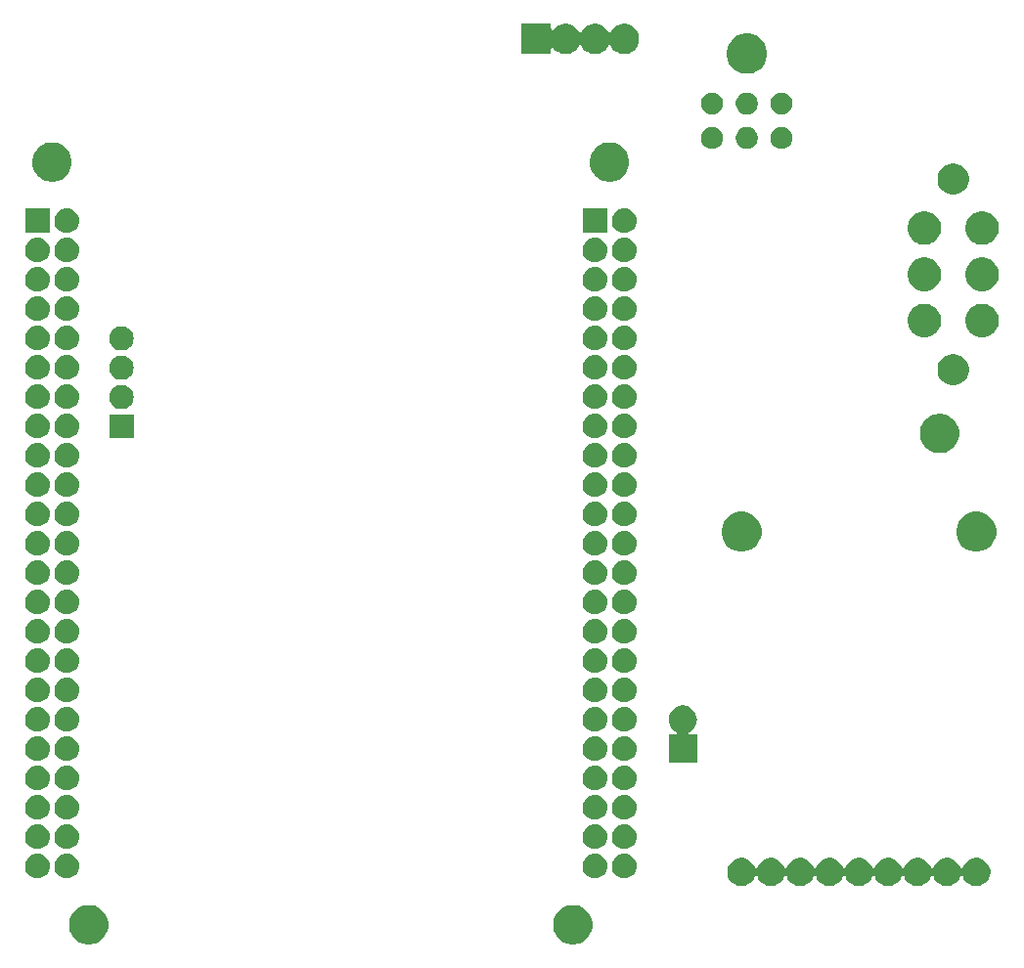
<source format=gbs>
G04 #@! TF.GenerationSoftware,KiCad,Pcbnew,(5.0.1)-3*
G04 #@! TF.CreationDate,2018-11-19T22:52:35-06:00*
G04 #@! TF.ProjectId,19-ELC-2700(Telemetry),31392D454C432D323730302854656C65,rev?*
G04 #@! TF.SameCoordinates,Original*
G04 #@! TF.FileFunction,Soldermask,Bot*
G04 #@! TF.FilePolarity,Negative*
%FSLAX46Y46*%
G04 Gerber Fmt 4.6, Leading zero omitted, Abs format (unit mm)*
G04 Created by KiCad (PCBNEW (5.0.1)-3) date 11/19/2018 10:52:35 PM*
%MOMM*%
%LPD*%
G01*
G04 APERTURE LIST*
%ADD10C,0.100000*%
G04 APERTURE END LIST*
D10*
G36*
X86441393Y-98653553D02*
X86550872Y-98675330D01*
X86860252Y-98803479D01*
X87138687Y-98989523D01*
X87375477Y-99226313D01*
X87561521Y-99504748D01*
X87689670Y-99814128D01*
X87755000Y-100142565D01*
X87755000Y-100477435D01*
X87689670Y-100805872D01*
X87561521Y-101115252D01*
X87375477Y-101393687D01*
X87138687Y-101630477D01*
X86860252Y-101816521D01*
X86550872Y-101944670D01*
X86441393Y-101966447D01*
X86222437Y-102010000D01*
X85887563Y-102010000D01*
X85668607Y-101966447D01*
X85559128Y-101944670D01*
X85249748Y-101816521D01*
X84971313Y-101630477D01*
X84734523Y-101393687D01*
X84548479Y-101115252D01*
X84420330Y-100805872D01*
X84355000Y-100477435D01*
X84355000Y-100142565D01*
X84420330Y-99814128D01*
X84548479Y-99504748D01*
X84734523Y-99226313D01*
X84971313Y-98989523D01*
X85249748Y-98803479D01*
X85559128Y-98675330D01*
X85668607Y-98653553D01*
X85887563Y-98610000D01*
X86222437Y-98610000D01*
X86441393Y-98653553D01*
X86441393Y-98653553D01*
G37*
G36*
X44531393Y-98653553D02*
X44640872Y-98675330D01*
X44950252Y-98803479D01*
X45228687Y-98989523D01*
X45465477Y-99226313D01*
X45651521Y-99504748D01*
X45779670Y-99814128D01*
X45845000Y-100142565D01*
X45845000Y-100477435D01*
X45779670Y-100805872D01*
X45651521Y-101115252D01*
X45465477Y-101393687D01*
X45228687Y-101630477D01*
X44950252Y-101816521D01*
X44640872Y-101944670D01*
X44531393Y-101966447D01*
X44312437Y-102010000D01*
X43977563Y-102010000D01*
X43758607Y-101966447D01*
X43649128Y-101944670D01*
X43339748Y-101816521D01*
X43061313Y-101630477D01*
X42824523Y-101393687D01*
X42638479Y-101115252D01*
X42510330Y-100805872D01*
X42445000Y-100477435D01*
X42445000Y-100142565D01*
X42510330Y-99814128D01*
X42638479Y-99504748D01*
X42824523Y-99226313D01*
X43061313Y-98989523D01*
X43339748Y-98803479D01*
X43649128Y-98675330D01*
X43758607Y-98653553D01*
X43977563Y-98610000D01*
X44312437Y-98610000D01*
X44531393Y-98653553D01*
X44531393Y-98653553D01*
G37*
G36*
X101014692Y-94568729D02*
X101235993Y-94660395D01*
X101435158Y-94793473D01*
X101604527Y-94962842D01*
X101737605Y-95162007D01*
X101814515Y-95347684D01*
X101826066Y-95369294D01*
X101841612Y-95388236D01*
X101860554Y-95403782D01*
X101882165Y-95415333D01*
X101905614Y-95422446D01*
X101930000Y-95424848D01*
X101954386Y-95422446D01*
X101977836Y-95415333D01*
X101999446Y-95403782D01*
X102018388Y-95388236D01*
X102033934Y-95369294D01*
X102045485Y-95347684D01*
X102122395Y-95162007D01*
X102255473Y-94962842D01*
X102424842Y-94793473D01*
X102624007Y-94660395D01*
X102845308Y-94568729D01*
X103080233Y-94522000D01*
X103319767Y-94522000D01*
X103554692Y-94568729D01*
X103775993Y-94660395D01*
X103975158Y-94793473D01*
X104144527Y-94962842D01*
X104277605Y-95162007D01*
X104354515Y-95347684D01*
X104366066Y-95369294D01*
X104381612Y-95388236D01*
X104400554Y-95403782D01*
X104422165Y-95415333D01*
X104445614Y-95422446D01*
X104470000Y-95424848D01*
X104494386Y-95422446D01*
X104517836Y-95415333D01*
X104539446Y-95403782D01*
X104558388Y-95388236D01*
X104573934Y-95369294D01*
X104585485Y-95347684D01*
X104662395Y-95162007D01*
X104795473Y-94962842D01*
X104964842Y-94793473D01*
X105164007Y-94660395D01*
X105385308Y-94568729D01*
X105620233Y-94522000D01*
X105859767Y-94522000D01*
X106094692Y-94568729D01*
X106315993Y-94660395D01*
X106515158Y-94793473D01*
X106684527Y-94962842D01*
X106817605Y-95162007D01*
X106894515Y-95347684D01*
X106906066Y-95369294D01*
X106921612Y-95388236D01*
X106940554Y-95403782D01*
X106962165Y-95415333D01*
X106985614Y-95422446D01*
X107010000Y-95424848D01*
X107034386Y-95422446D01*
X107057836Y-95415333D01*
X107079446Y-95403782D01*
X107098388Y-95388236D01*
X107113934Y-95369294D01*
X107125485Y-95347684D01*
X107202395Y-95162007D01*
X107335473Y-94962842D01*
X107504842Y-94793473D01*
X107704007Y-94660395D01*
X107925308Y-94568729D01*
X108160233Y-94522000D01*
X108399767Y-94522000D01*
X108634692Y-94568729D01*
X108855993Y-94660395D01*
X109055158Y-94793473D01*
X109224527Y-94962842D01*
X109357605Y-95162007D01*
X109434515Y-95347684D01*
X109446066Y-95369294D01*
X109461612Y-95388236D01*
X109480554Y-95403782D01*
X109502165Y-95415333D01*
X109525614Y-95422446D01*
X109550000Y-95424848D01*
X109574386Y-95422446D01*
X109597836Y-95415333D01*
X109619446Y-95403782D01*
X109638388Y-95388236D01*
X109653934Y-95369294D01*
X109665485Y-95347684D01*
X109742395Y-95162007D01*
X109875473Y-94962842D01*
X110044842Y-94793473D01*
X110244007Y-94660395D01*
X110465308Y-94568729D01*
X110700233Y-94522000D01*
X110939767Y-94522000D01*
X111174692Y-94568729D01*
X111395993Y-94660395D01*
X111595158Y-94793473D01*
X111764527Y-94962842D01*
X111897605Y-95162007D01*
X111974515Y-95347684D01*
X111986066Y-95369294D01*
X112001612Y-95388236D01*
X112020554Y-95403782D01*
X112042165Y-95415333D01*
X112065614Y-95422446D01*
X112090000Y-95424848D01*
X112114386Y-95422446D01*
X112137836Y-95415333D01*
X112159446Y-95403782D01*
X112178388Y-95388236D01*
X112193934Y-95369294D01*
X112205485Y-95347684D01*
X112282395Y-95162007D01*
X112415473Y-94962842D01*
X112584842Y-94793473D01*
X112784007Y-94660395D01*
X113005308Y-94568729D01*
X113240233Y-94522000D01*
X113479767Y-94522000D01*
X113714692Y-94568729D01*
X113935993Y-94660395D01*
X114135158Y-94793473D01*
X114304527Y-94962842D01*
X114437605Y-95162007D01*
X114514515Y-95347684D01*
X114526066Y-95369294D01*
X114541612Y-95388236D01*
X114560554Y-95403782D01*
X114582165Y-95415333D01*
X114605614Y-95422446D01*
X114630000Y-95424848D01*
X114654386Y-95422446D01*
X114677836Y-95415333D01*
X114699446Y-95403782D01*
X114718388Y-95388236D01*
X114733934Y-95369294D01*
X114745485Y-95347684D01*
X114822395Y-95162007D01*
X114955473Y-94962842D01*
X115124842Y-94793473D01*
X115324007Y-94660395D01*
X115545308Y-94568729D01*
X115780233Y-94522000D01*
X116019767Y-94522000D01*
X116254692Y-94568729D01*
X116475993Y-94660395D01*
X116675158Y-94793473D01*
X116844527Y-94962842D01*
X116977605Y-95162007D01*
X117054515Y-95347684D01*
X117066066Y-95369294D01*
X117081612Y-95388236D01*
X117100554Y-95403782D01*
X117122165Y-95415333D01*
X117145614Y-95422446D01*
X117170000Y-95424848D01*
X117194386Y-95422446D01*
X117217836Y-95415333D01*
X117239446Y-95403782D01*
X117258388Y-95388236D01*
X117273934Y-95369294D01*
X117285485Y-95347684D01*
X117362395Y-95162007D01*
X117495473Y-94962842D01*
X117664842Y-94793473D01*
X117864007Y-94660395D01*
X118085308Y-94568729D01*
X118320233Y-94522000D01*
X118559767Y-94522000D01*
X118794692Y-94568729D01*
X119015993Y-94660395D01*
X119215158Y-94793473D01*
X119384527Y-94962842D01*
X119517605Y-95162007D01*
X119594515Y-95347684D01*
X119606066Y-95369294D01*
X119621612Y-95388236D01*
X119640554Y-95403782D01*
X119662165Y-95415333D01*
X119685614Y-95422446D01*
X119710000Y-95424848D01*
X119734386Y-95422446D01*
X119757836Y-95415333D01*
X119779446Y-95403782D01*
X119798388Y-95388236D01*
X119813934Y-95369294D01*
X119825485Y-95347684D01*
X119902395Y-95162007D01*
X120035473Y-94962842D01*
X120204842Y-94793473D01*
X120404007Y-94660395D01*
X120625308Y-94568729D01*
X120860233Y-94522000D01*
X121099767Y-94522000D01*
X121334692Y-94568729D01*
X121555993Y-94660395D01*
X121755158Y-94793473D01*
X121924527Y-94962842D01*
X122057605Y-95162007D01*
X122149271Y-95383308D01*
X122196000Y-95618233D01*
X122196000Y-95857767D01*
X122149271Y-96092692D01*
X122057605Y-96313993D01*
X121924527Y-96513158D01*
X121755158Y-96682527D01*
X121555993Y-96815605D01*
X121334692Y-96907271D01*
X121099767Y-96954000D01*
X120860233Y-96954000D01*
X120625308Y-96907271D01*
X120404007Y-96815605D01*
X120204842Y-96682527D01*
X120035473Y-96513158D01*
X119902395Y-96313993D01*
X119825485Y-96128316D01*
X119813934Y-96106706D01*
X119798388Y-96087764D01*
X119779446Y-96072218D01*
X119757835Y-96060667D01*
X119734386Y-96053554D01*
X119710000Y-96051152D01*
X119685614Y-96053554D01*
X119662164Y-96060667D01*
X119640554Y-96072218D01*
X119621612Y-96087764D01*
X119606066Y-96106706D01*
X119594515Y-96128316D01*
X119517605Y-96313993D01*
X119384527Y-96513158D01*
X119215158Y-96682527D01*
X119015993Y-96815605D01*
X118794692Y-96907271D01*
X118559767Y-96954000D01*
X118320233Y-96954000D01*
X118085308Y-96907271D01*
X117864007Y-96815605D01*
X117664842Y-96682527D01*
X117495473Y-96513158D01*
X117362395Y-96313993D01*
X117285485Y-96128316D01*
X117273934Y-96106706D01*
X117258388Y-96087764D01*
X117239446Y-96072218D01*
X117217835Y-96060667D01*
X117194386Y-96053554D01*
X117170000Y-96051152D01*
X117145614Y-96053554D01*
X117122164Y-96060667D01*
X117100554Y-96072218D01*
X117081612Y-96087764D01*
X117066066Y-96106706D01*
X117054515Y-96128316D01*
X116977605Y-96313993D01*
X116844527Y-96513158D01*
X116675158Y-96682527D01*
X116475993Y-96815605D01*
X116254692Y-96907271D01*
X116019767Y-96954000D01*
X115780233Y-96954000D01*
X115545308Y-96907271D01*
X115324007Y-96815605D01*
X115124842Y-96682527D01*
X114955473Y-96513158D01*
X114822395Y-96313993D01*
X114745485Y-96128316D01*
X114733934Y-96106706D01*
X114718388Y-96087764D01*
X114699446Y-96072218D01*
X114677835Y-96060667D01*
X114654386Y-96053554D01*
X114630000Y-96051152D01*
X114605614Y-96053554D01*
X114582164Y-96060667D01*
X114560554Y-96072218D01*
X114541612Y-96087764D01*
X114526066Y-96106706D01*
X114514515Y-96128316D01*
X114437605Y-96313993D01*
X114304527Y-96513158D01*
X114135158Y-96682527D01*
X113935993Y-96815605D01*
X113714692Y-96907271D01*
X113479767Y-96954000D01*
X113240233Y-96954000D01*
X113005308Y-96907271D01*
X112784007Y-96815605D01*
X112584842Y-96682527D01*
X112415473Y-96513158D01*
X112282395Y-96313993D01*
X112205485Y-96128316D01*
X112193934Y-96106706D01*
X112178388Y-96087764D01*
X112159446Y-96072218D01*
X112137835Y-96060667D01*
X112114386Y-96053554D01*
X112090000Y-96051152D01*
X112065614Y-96053554D01*
X112042164Y-96060667D01*
X112020554Y-96072218D01*
X112001612Y-96087764D01*
X111986066Y-96106706D01*
X111974515Y-96128316D01*
X111897605Y-96313993D01*
X111764527Y-96513158D01*
X111595158Y-96682527D01*
X111395993Y-96815605D01*
X111174692Y-96907271D01*
X110939767Y-96954000D01*
X110700233Y-96954000D01*
X110465308Y-96907271D01*
X110244007Y-96815605D01*
X110044842Y-96682527D01*
X109875473Y-96513158D01*
X109742395Y-96313993D01*
X109665485Y-96128316D01*
X109653934Y-96106706D01*
X109638388Y-96087764D01*
X109619446Y-96072218D01*
X109597835Y-96060667D01*
X109574386Y-96053554D01*
X109550000Y-96051152D01*
X109525614Y-96053554D01*
X109502164Y-96060667D01*
X109480554Y-96072218D01*
X109461612Y-96087764D01*
X109446066Y-96106706D01*
X109434515Y-96128316D01*
X109357605Y-96313993D01*
X109224527Y-96513158D01*
X109055158Y-96682527D01*
X108855993Y-96815605D01*
X108634692Y-96907271D01*
X108399767Y-96954000D01*
X108160233Y-96954000D01*
X107925308Y-96907271D01*
X107704007Y-96815605D01*
X107504842Y-96682527D01*
X107335473Y-96513158D01*
X107202395Y-96313993D01*
X107125485Y-96128316D01*
X107113934Y-96106706D01*
X107098388Y-96087764D01*
X107079446Y-96072218D01*
X107057835Y-96060667D01*
X107034386Y-96053554D01*
X107010000Y-96051152D01*
X106985614Y-96053554D01*
X106962164Y-96060667D01*
X106940554Y-96072218D01*
X106921612Y-96087764D01*
X106906066Y-96106706D01*
X106894515Y-96128316D01*
X106817605Y-96313993D01*
X106684527Y-96513158D01*
X106515158Y-96682527D01*
X106315993Y-96815605D01*
X106094692Y-96907271D01*
X105859767Y-96954000D01*
X105620233Y-96954000D01*
X105385308Y-96907271D01*
X105164007Y-96815605D01*
X104964842Y-96682527D01*
X104795473Y-96513158D01*
X104662395Y-96313993D01*
X104585485Y-96128316D01*
X104573934Y-96106706D01*
X104558388Y-96087764D01*
X104539446Y-96072218D01*
X104517835Y-96060667D01*
X104494386Y-96053554D01*
X104470000Y-96051152D01*
X104445614Y-96053554D01*
X104422164Y-96060667D01*
X104400554Y-96072218D01*
X104381612Y-96087764D01*
X104366066Y-96106706D01*
X104354515Y-96128316D01*
X104277605Y-96313993D01*
X104144527Y-96513158D01*
X103975158Y-96682527D01*
X103775993Y-96815605D01*
X103554692Y-96907271D01*
X103319767Y-96954000D01*
X103080233Y-96954000D01*
X102845308Y-96907271D01*
X102624007Y-96815605D01*
X102424842Y-96682527D01*
X102255473Y-96513158D01*
X102122395Y-96313993D01*
X102045485Y-96128316D01*
X102033934Y-96106706D01*
X102018388Y-96087764D01*
X101999446Y-96072218D01*
X101977835Y-96060667D01*
X101954386Y-96053554D01*
X101930000Y-96051152D01*
X101905614Y-96053554D01*
X101882164Y-96060667D01*
X101860554Y-96072218D01*
X101841612Y-96087764D01*
X101826066Y-96106706D01*
X101814515Y-96128316D01*
X101737605Y-96313993D01*
X101604527Y-96513158D01*
X101435158Y-96682527D01*
X101235993Y-96815605D01*
X101014692Y-96907271D01*
X100779767Y-96954000D01*
X100540233Y-96954000D01*
X100305308Y-96907271D01*
X100084007Y-96815605D01*
X99884842Y-96682527D01*
X99715473Y-96513158D01*
X99582395Y-96313993D01*
X99490729Y-96092692D01*
X99444000Y-95857767D01*
X99444000Y-95618233D01*
X99490729Y-95383308D01*
X99582395Y-95162007D01*
X99715473Y-94962842D01*
X99884842Y-94793473D01*
X100084007Y-94660395D01*
X100305308Y-94568729D01*
X100540233Y-94522000D01*
X100779767Y-94522000D01*
X101014692Y-94568729D01*
X101014692Y-94568729D01*
G37*
G36*
X42448503Y-94181789D02*
X42648991Y-94242607D01*
X42833764Y-94341369D01*
X42995718Y-94474282D01*
X43128631Y-94636236D01*
X43227393Y-94821009D01*
X43288211Y-95021497D01*
X43308746Y-95230000D01*
X43288211Y-95438503D01*
X43227393Y-95638991D01*
X43128631Y-95823764D01*
X42995718Y-95985718D01*
X42833764Y-96118631D01*
X42648991Y-96217393D01*
X42448503Y-96278211D01*
X42292251Y-96293600D01*
X42187749Y-96293600D01*
X42031497Y-96278211D01*
X41831009Y-96217393D01*
X41646236Y-96118631D01*
X41484282Y-95985718D01*
X41351369Y-95823764D01*
X41252607Y-95638991D01*
X41191789Y-95438503D01*
X41171254Y-95230000D01*
X41191789Y-95021497D01*
X41252607Y-94821009D01*
X41351369Y-94636236D01*
X41484282Y-94474282D01*
X41646236Y-94341369D01*
X41831009Y-94242607D01*
X42031497Y-94181789D01*
X42187749Y-94166400D01*
X42292251Y-94166400D01*
X42448503Y-94181789D01*
X42448503Y-94181789D01*
G37*
G36*
X39908503Y-94181789D02*
X40108991Y-94242607D01*
X40293764Y-94341369D01*
X40455718Y-94474282D01*
X40588631Y-94636236D01*
X40687393Y-94821009D01*
X40748211Y-95021497D01*
X40768746Y-95230000D01*
X40748211Y-95438503D01*
X40687393Y-95638991D01*
X40588631Y-95823764D01*
X40455718Y-95985718D01*
X40293764Y-96118631D01*
X40108991Y-96217393D01*
X39908503Y-96278211D01*
X39752251Y-96293600D01*
X39647749Y-96293600D01*
X39491497Y-96278211D01*
X39291009Y-96217393D01*
X39106236Y-96118631D01*
X38944282Y-95985718D01*
X38811369Y-95823764D01*
X38712607Y-95638991D01*
X38651789Y-95438503D01*
X38631254Y-95230000D01*
X38651789Y-95021497D01*
X38712607Y-94821009D01*
X38811369Y-94636236D01*
X38944282Y-94474282D01*
X39106236Y-94341369D01*
X39291009Y-94242607D01*
X39491497Y-94181789D01*
X39647749Y-94166400D01*
X39752251Y-94166400D01*
X39908503Y-94181789D01*
X39908503Y-94181789D01*
G37*
G36*
X88168503Y-94181789D02*
X88368991Y-94242607D01*
X88553764Y-94341369D01*
X88715718Y-94474282D01*
X88848631Y-94636236D01*
X88947393Y-94821009D01*
X89008211Y-95021497D01*
X89028746Y-95230000D01*
X89008211Y-95438503D01*
X88947393Y-95638991D01*
X88848631Y-95823764D01*
X88715718Y-95985718D01*
X88553764Y-96118631D01*
X88368991Y-96217393D01*
X88168503Y-96278211D01*
X88012251Y-96293600D01*
X87907749Y-96293600D01*
X87751497Y-96278211D01*
X87551009Y-96217393D01*
X87366236Y-96118631D01*
X87204282Y-95985718D01*
X87071369Y-95823764D01*
X86972607Y-95638991D01*
X86911789Y-95438503D01*
X86891254Y-95230000D01*
X86911789Y-95021497D01*
X86972607Y-94821009D01*
X87071369Y-94636236D01*
X87204282Y-94474282D01*
X87366236Y-94341369D01*
X87551009Y-94242607D01*
X87751497Y-94181789D01*
X87907749Y-94166400D01*
X88012251Y-94166400D01*
X88168503Y-94181789D01*
X88168503Y-94181789D01*
G37*
G36*
X90708503Y-94181789D02*
X90908991Y-94242607D01*
X91093764Y-94341369D01*
X91255718Y-94474282D01*
X91388631Y-94636236D01*
X91487393Y-94821009D01*
X91548211Y-95021497D01*
X91568746Y-95230000D01*
X91548211Y-95438503D01*
X91487393Y-95638991D01*
X91388631Y-95823764D01*
X91255718Y-95985718D01*
X91093764Y-96118631D01*
X90908991Y-96217393D01*
X90708503Y-96278211D01*
X90552251Y-96293600D01*
X90447749Y-96293600D01*
X90291497Y-96278211D01*
X90091009Y-96217393D01*
X89906236Y-96118631D01*
X89744282Y-95985718D01*
X89611369Y-95823764D01*
X89512607Y-95638991D01*
X89451789Y-95438503D01*
X89431254Y-95230000D01*
X89451789Y-95021497D01*
X89512607Y-94821009D01*
X89611369Y-94636236D01*
X89744282Y-94474282D01*
X89906236Y-94341369D01*
X90091009Y-94242607D01*
X90291497Y-94181789D01*
X90447749Y-94166400D01*
X90552251Y-94166400D01*
X90708503Y-94181789D01*
X90708503Y-94181789D01*
G37*
G36*
X42448503Y-91641789D02*
X42648991Y-91702607D01*
X42833764Y-91801369D01*
X42995718Y-91934282D01*
X43128631Y-92096236D01*
X43227393Y-92281009D01*
X43288211Y-92481497D01*
X43308746Y-92690000D01*
X43288211Y-92898503D01*
X43227393Y-93098991D01*
X43128631Y-93283764D01*
X42995718Y-93445718D01*
X42833764Y-93578631D01*
X42648991Y-93677393D01*
X42448503Y-93738211D01*
X42292251Y-93753600D01*
X42187749Y-93753600D01*
X42031497Y-93738211D01*
X41831009Y-93677393D01*
X41646236Y-93578631D01*
X41484282Y-93445718D01*
X41351369Y-93283764D01*
X41252607Y-93098991D01*
X41191789Y-92898503D01*
X41171254Y-92690000D01*
X41191789Y-92481497D01*
X41252607Y-92281009D01*
X41351369Y-92096236D01*
X41484282Y-91934282D01*
X41646236Y-91801369D01*
X41831009Y-91702607D01*
X42031497Y-91641789D01*
X42187749Y-91626400D01*
X42292251Y-91626400D01*
X42448503Y-91641789D01*
X42448503Y-91641789D01*
G37*
G36*
X90708503Y-91641789D02*
X90908991Y-91702607D01*
X91093764Y-91801369D01*
X91255718Y-91934282D01*
X91388631Y-92096236D01*
X91487393Y-92281009D01*
X91548211Y-92481497D01*
X91568746Y-92690000D01*
X91548211Y-92898503D01*
X91487393Y-93098991D01*
X91388631Y-93283764D01*
X91255718Y-93445718D01*
X91093764Y-93578631D01*
X90908991Y-93677393D01*
X90708503Y-93738211D01*
X90552251Y-93753600D01*
X90447749Y-93753600D01*
X90291497Y-93738211D01*
X90091009Y-93677393D01*
X89906236Y-93578631D01*
X89744282Y-93445718D01*
X89611369Y-93283764D01*
X89512607Y-93098991D01*
X89451789Y-92898503D01*
X89431254Y-92690000D01*
X89451789Y-92481497D01*
X89512607Y-92281009D01*
X89611369Y-92096236D01*
X89744282Y-91934282D01*
X89906236Y-91801369D01*
X90091009Y-91702607D01*
X90291497Y-91641789D01*
X90447749Y-91626400D01*
X90552251Y-91626400D01*
X90708503Y-91641789D01*
X90708503Y-91641789D01*
G37*
G36*
X88168503Y-91641789D02*
X88368991Y-91702607D01*
X88553764Y-91801369D01*
X88715718Y-91934282D01*
X88848631Y-92096236D01*
X88947393Y-92281009D01*
X89008211Y-92481497D01*
X89028746Y-92690000D01*
X89008211Y-92898503D01*
X88947393Y-93098991D01*
X88848631Y-93283764D01*
X88715718Y-93445718D01*
X88553764Y-93578631D01*
X88368991Y-93677393D01*
X88168503Y-93738211D01*
X88012251Y-93753600D01*
X87907749Y-93753600D01*
X87751497Y-93738211D01*
X87551009Y-93677393D01*
X87366236Y-93578631D01*
X87204282Y-93445718D01*
X87071369Y-93283764D01*
X86972607Y-93098991D01*
X86911789Y-92898503D01*
X86891254Y-92690000D01*
X86911789Y-92481497D01*
X86972607Y-92281009D01*
X87071369Y-92096236D01*
X87204282Y-91934282D01*
X87366236Y-91801369D01*
X87551009Y-91702607D01*
X87751497Y-91641789D01*
X87907749Y-91626400D01*
X88012251Y-91626400D01*
X88168503Y-91641789D01*
X88168503Y-91641789D01*
G37*
G36*
X39908503Y-91641789D02*
X40108991Y-91702607D01*
X40293764Y-91801369D01*
X40455718Y-91934282D01*
X40588631Y-92096236D01*
X40687393Y-92281009D01*
X40748211Y-92481497D01*
X40768746Y-92690000D01*
X40748211Y-92898503D01*
X40687393Y-93098991D01*
X40588631Y-93283764D01*
X40455718Y-93445718D01*
X40293764Y-93578631D01*
X40108991Y-93677393D01*
X39908503Y-93738211D01*
X39752251Y-93753600D01*
X39647749Y-93753600D01*
X39491497Y-93738211D01*
X39291009Y-93677393D01*
X39106236Y-93578631D01*
X38944282Y-93445718D01*
X38811369Y-93283764D01*
X38712607Y-93098991D01*
X38651789Y-92898503D01*
X38631254Y-92690000D01*
X38651789Y-92481497D01*
X38712607Y-92281009D01*
X38811369Y-92096236D01*
X38944282Y-91934282D01*
X39106236Y-91801369D01*
X39291009Y-91702607D01*
X39491497Y-91641789D01*
X39647749Y-91626400D01*
X39752251Y-91626400D01*
X39908503Y-91641789D01*
X39908503Y-91641789D01*
G37*
G36*
X39908503Y-89101789D02*
X40108991Y-89162607D01*
X40293764Y-89261369D01*
X40455718Y-89394282D01*
X40588631Y-89556236D01*
X40687393Y-89741009D01*
X40748211Y-89941497D01*
X40768746Y-90150000D01*
X40748211Y-90358503D01*
X40687393Y-90558991D01*
X40588631Y-90743764D01*
X40455718Y-90905718D01*
X40293764Y-91038631D01*
X40108991Y-91137393D01*
X39908503Y-91198211D01*
X39752251Y-91213600D01*
X39647749Y-91213600D01*
X39491497Y-91198211D01*
X39291009Y-91137393D01*
X39106236Y-91038631D01*
X38944282Y-90905718D01*
X38811369Y-90743764D01*
X38712607Y-90558991D01*
X38651789Y-90358503D01*
X38631254Y-90150000D01*
X38651789Y-89941497D01*
X38712607Y-89741009D01*
X38811369Y-89556236D01*
X38944282Y-89394282D01*
X39106236Y-89261369D01*
X39291009Y-89162607D01*
X39491497Y-89101789D01*
X39647749Y-89086400D01*
X39752251Y-89086400D01*
X39908503Y-89101789D01*
X39908503Y-89101789D01*
G37*
G36*
X42448503Y-89101789D02*
X42648991Y-89162607D01*
X42833764Y-89261369D01*
X42995718Y-89394282D01*
X43128631Y-89556236D01*
X43227393Y-89741009D01*
X43288211Y-89941497D01*
X43308746Y-90150000D01*
X43288211Y-90358503D01*
X43227393Y-90558991D01*
X43128631Y-90743764D01*
X42995718Y-90905718D01*
X42833764Y-91038631D01*
X42648991Y-91137393D01*
X42448503Y-91198211D01*
X42292251Y-91213600D01*
X42187749Y-91213600D01*
X42031497Y-91198211D01*
X41831009Y-91137393D01*
X41646236Y-91038631D01*
X41484282Y-90905718D01*
X41351369Y-90743764D01*
X41252607Y-90558991D01*
X41191789Y-90358503D01*
X41171254Y-90150000D01*
X41191789Y-89941497D01*
X41252607Y-89741009D01*
X41351369Y-89556236D01*
X41484282Y-89394282D01*
X41646236Y-89261369D01*
X41831009Y-89162607D01*
X42031497Y-89101789D01*
X42187749Y-89086400D01*
X42292251Y-89086400D01*
X42448503Y-89101789D01*
X42448503Y-89101789D01*
G37*
G36*
X90708503Y-89101789D02*
X90908991Y-89162607D01*
X91093764Y-89261369D01*
X91255718Y-89394282D01*
X91388631Y-89556236D01*
X91487393Y-89741009D01*
X91548211Y-89941497D01*
X91568746Y-90150000D01*
X91548211Y-90358503D01*
X91487393Y-90558991D01*
X91388631Y-90743764D01*
X91255718Y-90905718D01*
X91093764Y-91038631D01*
X90908991Y-91137393D01*
X90708503Y-91198211D01*
X90552251Y-91213600D01*
X90447749Y-91213600D01*
X90291497Y-91198211D01*
X90091009Y-91137393D01*
X89906236Y-91038631D01*
X89744282Y-90905718D01*
X89611369Y-90743764D01*
X89512607Y-90558991D01*
X89451789Y-90358503D01*
X89431254Y-90150000D01*
X89451789Y-89941497D01*
X89512607Y-89741009D01*
X89611369Y-89556236D01*
X89744282Y-89394282D01*
X89906236Y-89261369D01*
X90091009Y-89162607D01*
X90291497Y-89101789D01*
X90447749Y-89086400D01*
X90552251Y-89086400D01*
X90708503Y-89101789D01*
X90708503Y-89101789D01*
G37*
G36*
X88168503Y-89101789D02*
X88368991Y-89162607D01*
X88553764Y-89261369D01*
X88715718Y-89394282D01*
X88848631Y-89556236D01*
X88947393Y-89741009D01*
X89008211Y-89941497D01*
X89028746Y-90150000D01*
X89008211Y-90358503D01*
X88947393Y-90558991D01*
X88848631Y-90743764D01*
X88715718Y-90905718D01*
X88553764Y-91038631D01*
X88368991Y-91137393D01*
X88168503Y-91198211D01*
X88012251Y-91213600D01*
X87907749Y-91213600D01*
X87751497Y-91198211D01*
X87551009Y-91137393D01*
X87366236Y-91038631D01*
X87204282Y-90905718D01*
X87071369Y-90743764D01*
X86972607Y-90558991D01*
X86911789Y-90358503D01*
X86891254Y-90150000D01*
X86911789Y-89941497D01*
X86972607Y-89741009D01*
X87071369Y-89556236D01*
X87204282Y-89394282D01*
X87366236Y-89261369D01*
X87551009Y-89162607D01*
X87751497Y-89101789D01*
X87907749Y-89086400D01*
X88012251Y-89086400D01*
X88168503Y-89101789D01*
X88168503Y-89101789D01*
G37*
G36*
X88168503Y-86561789D02*
X88368991Y-86622607D01*
X88553764Y-86721369D01*
X88715718Y-86854282D01*
X88848631Y-87016236D01*
X88947393Y-87201009D01*
X89008211Y-87401497D01*
X89028746Y-87610000D01*
X89008211Y-87818503D01*
X88947393Y-88018991D01*
X88848631Y-88203764D01*
X88715718Y-88365718D01*
X88553764Y-88498631D01*
X88368991Y-88597393D01*
X88168503Y-88658211D01*
X88012251Y-88673600D01*
X87907749Y-88673600D01*
X87751497Y-88658211D01*
X87551009Y-88597393D01*
X87366236Y-88498631D01*
X87204282Y-88365718D01*
X87071369Y-88203764D01*
X86972607Y-88018991D01*
X86911789Y-87818503D01*
X86891254Y-87610000D01*
X86911789Y-87401497D01*
X86972607Y-87201009D01*
X87071369Y-87016236D01*
X87204282Y-86854282D01*
X87366236Y-86721369D01*
X87551009Y-86622607D01*
X87751497Y-86561789D01*
X87907749Y-86546400D01*
X88012251Y-86546400D01*
X88168503Y-86561789D01*
X88168503Y-86561789D01*
G37*
G36*
X90708503Y-86561789D02*
X90908991Y-86622607D01*
X91093764Y-86721369D01*
X91255718Y-86854282D01*
X91388631Y-87016236D01*
X91487393Y-87201009D01*
X91548211Y-87401497D01*
X91568746Y-87610000D01*
X91548211Y-87818503D01*
X91487393Y-88018991D01*
X91388631Y-88203764D01*
X91255718Y-88365718D01*
X91093764Y-88498631D01*
X90908991Y-88597393D01*
X90708503Y-88658211D01*
X90552251Y-88673600D01*
X90447749Y-88673600D01*
X90291497Y-88658211D01*
X90091009Y-88597393D01*
X89906236Y-88498631D01*
X89744282Y-88365718D01*
X89611369Y-88203764D01*
X89512607Y-88018991D01*
X89451789Y-87818503D01*
X89431254Y-87610000D01*
X89451789Y-87401497D01*
X89512607Y-87201009D01*
X89611369Y-87016236D01*
X89744282Y-86854282D01*
X89906236Y-86721369D01*
X90091009Y-86622607D01*
X90291497Y-86561789D01*
X90447749Y-86546400D01*
X90552251Y-86546400D01*
X90708503Y-86561789D01*
X90708503Y-86561789D01*
G37*
G36*
X39908503Y-86561789D02*
X40108991Y-86622607D01*
X40293764Y-86721369D01*
X40455718Y-86854282D01*
X40588631Y-87016236D01*
X40687393Y-87201009D01*
X40748211Y-87401497D01*
X40768746Y-87610000D01*
X40748211Y-87818503D01*
X40687393Y-88018991D01*
X40588631Y-88203764D01*
X40455718Y-88365718D01*
X40293764Y-88498631D01*
X40108991Y-88597393D01*
X39908503Y-88658211D01*
X39752251Y-88673600D01*
X39647749Y-88673600D01*
X39491497Y-88658211D01*
X39291009Y-88597393D01*
X39106236Y-88498631D01*
X38944282Y-88365718D01*
X38811369Y-88203764D01*
X38712607Y-88018991D01*
X38651789Y-87818503D01*
X38631254Y-87610000D01*
X38651789Y-87401497D01*
X38712607Y-87201009D01*
X38811369Y-87016236D01*
X38944282Y-86854282D01*
X39106236Y-86721369D01*
X39291009Y-86622607D01*
X39491497Y-86561789D01*
X39647749Y-86546400D01*
X39752251Y-86546400D01*
X39908503Y-86561789D01*
X39908503Y-86561789D01*
G37*
G36*
X42448503Y-86561789D02*
X42648991Y-86622607D01*
X42833764Y-86721369D01*
X42995718Y-86854282D01*
X43128631Y-87016236D01*
X43227393Y-87201009D01*
X43288211Y-87401497D01*
X43308746Y-87610000D01*
X43288211Y-87818503D01*
X43227393Y-88018991D01*
X43128631Y-88203764D01*
X42995718Y-88365718D01*
X42833764Y-88498631D01*
X42648991Y-88597393D01*
X42448503Y-88658211D01*
X42292251Y-88673600D01*
X42187749Y-88673600D01*
X42031497Y-88658211D01*
X41831009Y-88597393D01*
X41646236Y-88498631D01*
X41484282Y-88365718D01*
X41351369Y-88203764D01*
X41252607Y-88018991D01*
X41191789Y-87818503D01*
X41171254Y-87610000D01*
X41191789Y-87401497D01*
X41252607Y-87201009D01*
X41351369Y-87016236D01*
X41484282Y-86854282D01*
X41646236Y-86721369D01*
X41831009Y-86622607D01*
X42031497Y-86561789D01*
X42187749Y-86546400D01*
X42292251Y-86546400D01*
X42448503Y-86561789D01*
X42448503Y-86561789D01*
G37*
G36*
X95699281Y-81319865D02*
X95818378Y-81331595D01*
X95971189Y-81377950D01*
X96047595Y-81401127D01*
X96104052Y-81431304D01*
X96258842Y-81514041D01*
X96444002Y-81665998D01*
X96595959Y-81851158D01*
X96678696Y-82005948D01*
X96708873Y-82062405D01*
X96708873Y-82062406D01*
X96778405Y-82291622D01*
X96801883Y-82530000D01*
X96778405Y-82768378D01*
X96732050Y-82921189D01*
X96708873Y-82997595D01*
X96678696Y-83054052D01*
X96595959Y-83208842D01*
X96444002Y-83394002D01*
X96258842Y-83545959D01*
X96122640Y-83618760D01*
X96102266Y-83632374D01*
X96084939Y-83649701D01*
X96071325Y-83670076D01*
X96061947Y-83692715D01*
X96057167Y-83716748D01*
X96057167Y-83741252D01*
X96061948Y-83765286D01*
X96071325Y-83787925D01*
X96084939Y-83808299D01*
X96102266Y-83825626D01*
X96122641Y-83839240D01*
X96145280Y-83848618D01*
X96181565Y-83854000D01*
X96796000Y-83854000D01*
X96796000Y-86286000D01*
X94364000Y-86286000D01*
X94364000Y-83854000D01*
X94978435Y-83854000D01*
X95002821Y-83851598D01*
X95026270Y-83844485D01*
X95047881Y-83832934D01*
X95066823Y-83817388D01*
X95082369Y-83798446D01*
X95093920Y-83776835D01*
X95101033Y-83753386D01*
X95103435Y-83729000D01*
X95101033Y-83704614D01*
X95093920Y-83681165D01*
X95082369Y-83659554D01*
X95066823Y-83640612D01*
X95037360Y-83618760D01*
X94901158Y-83545959D01*
X94715998Y-83394002D01*
X94564041Y-83208842D01*
X94481304Y-83054052D01*
X94451127Y-82997595D01*
X94427950Y-82921189D01*
X94381595Y-82768378D01*
X94358117Y-82530000D01*
X94381595Y-82291622D01*
X94451127Y-82062406D01*
X94451127Y-82062405D01*
X94481304Y-82005948D01*
X94564041Y-81851158D01*
X94715998Y-81665998D01*
X94901158Y-81514041D01*
X95055948Y-81431304D01*
X95112405Y-81401127D01*
X95188811Y-81377950D01*
X95341622Y-81331595D01*
X95460719Y-81319865D01*
X95520267Y-81314000D01*
X95639733Y-81314000D01*
X95699281Y-81319865D01*
X95699281Y-81319865D01*
G37*
G36*
X39908503Y-84021789D02*
X40108991Y-84082607D01*
X40293764Y-84181369D01*
X40455718Y-84314282D01*
X40588631Y-84476236D01*
X40687393Y-84661009D01*
X40748211Y-84861497D01*
X40768746Y-85070000D01*
X40748211Y-85278503D01*
X40687393Y-85478991D01*
X40588631Y-85663764D01*
X40455718Y-85825718D01*
X40293764Y-85958631D01*
X40108991Y-86057393D01*
X39908503Y-86118211D01*
X39752251Y-86133600D01*
X39647749Y-86133600D01*
X39491497Y-86118211D01*
X39291009Y-86057393D01*
X39106236Y-85958631D01*
X38944282Y-85825718D01*
X38811369Y-85663764D01*
X38712607Y-85478991D01*
X38651789Y-85278503D01*
X38631254Y-85070000D01*
X38651789Y-84861497D01*
X38712607Y-84661009D01*
X38811369Y-84476236D01*
X38944282Y-84314282D01*
X39106236Y-84181369D01*
X39291009Y-84082607D01*
X39491497Y-84021789D01*
X39647749Y-84006400D01*
X39752251Y-84006400D01*
X39908503Y-84021789D01*
X39908503Y-84021789D01*
G37*
G36*
X42448503Y-84021789D02*
X42648991Y-84082607D01*
X42833764Y-84181369D01*
X42995718Y-84314282D01*
X43128631Y-84476236D01*
X43227393Y-84661009D01*
X43288211Y-84861497D01*
X43308746Y-85070000D01*
X43288211Y-85278503D01*
X43227393Y-85478991D01*
X43128631Y-85663764D01*
X42995718Y-85825718D01*
X42833764Y-85958631D01*
X42648991Y-86057393D01*
X42448503Y-86118211D01*
X42292251Y-86133600D01*
X42187749Y-86133600D01*
X42031497Y-86118211D01*
X41831009Y-86057393D01*
X41646236Y-85958631D01*
X41484282Y-85825718D01*
X41351369Y-85663764D01*
X41252607Y-85478991D01*
X41191789Y-85278503D01*
X41171254Y-85070000D01*
X41191789Y-84861497D01*
X41252607Y-84661009D01*
X41351369Y-84476236D01*
X41484282Y-84314282D01*
X41646236Y-84181369D01*
X41831009Y-84082607D01*
X42031497Y-84021789D01*
X42187749Y-84006400D01*
X42292251Y-84006400D01*
X42448503Y-84021789D01*
X42448503Y-84021789D01*
G37*
G36*
X90708503Y-84021789D02*
X90908991Y-84082607D01*
X91093764Y-84181369D01*
X91255718Y-84314282D01*
X91388631Y-84476236D01*
X91487393Y-84661009D01*
X91548211Y-84861497D01*
X91568746Y-85070000D01*
X91548211Y-85278503D01*
X91487393Y-85478991D01*
X91388631Y-85663764D01*
X91255718Y-85825718D01*
X91093764Y-85958631D01*
X90908991Y-86057393D01*
X90708503Y-86118211D01*
X90552251Y-86133600D01*
X90447749Y-86133600D01*
X90291497Y-86118211D01*
X90091009Y-86057393D01*
X89906236Y-85958631D01*
X89744282Y-85825718D01*
X89611369Y-85663764D01*
X89512607Y-85478991D01*
X89451789Y-85278503D01*
X89431254Y-85070000D01*
X89451789Y-84861497D01*
X89512607Y-84661009D01*
X89611369Y-84476236D01*
X89744282Y-84314282D01*
X89906236Y-84181369D01*
X90091009Y-84082607D01*
X90291497Y-84021789D01*
X90447749Y-84006400D01*
X90552251Y-84006400D01*
X90708503Y-84021789D01*
X90708503Y-84021789D01*
G37*
G36*
X88168503Y-84021789D02*
X88368991Y-84082607D01*
X88553764Y-84181369D01*
X88715718Y-84314282D01*
X88848631Y-84476236D01*
X88947393Y-84661009D01*
X89008211Y-84861497D01*
X89028746Y-85070000D01*
X89008211Y-85278503D01*
X88947393Y-85478991D01*
X88848631Y-85663764D01*
X88715718Y-85825718D01*
X88553764Y-85958631D01*
X88368991Y-86057393D01*
X88168503Y-86118211D01*
X88012251Y-86133600D01*
X87907749Y-86133600D01*
X87751497Y-86118211D01*
X87551009Y-86057393D01*
X87366236Y-85958631D01*
X87204282Y-85825718D01*
X87071369Y-85663764D01*
X86972607Y-85478991D01*
X86911789Y-85278503D01*
X86891254Y-85070000D01*
X86911789Y-84861497D01*
X86972607Y-84661009D01*
X87071369Y-84476236D01*
X87204282Y-84314282D01*
X87366236Y-84181369D01*
X87551009Y-84082607D01*
X87751497Y-84021789D01*
X87907749Y-84006400D01*
X88012251Y-84006400D01*
X88168503Y-84021789D01*
X88168503Y-84021789D01*
G37*
G36*
X42448503Y-81481789D02*
X42648991Y-81542607D01*
X42833764Y-81641369D01*
X42995718Y-81774282D01*
X43128631Y-81936236D01*
X43227393Y-82121009D01*
X43288211Y-82321497D01*
X43308746Y-82530000D01*
X43288211Y-82738503D01*
X43227393Y-82938991D01*
X43128631Y-83123764D01*
X42995718Y-83285718D01*
X42833764Y-83418631D01*
X42648991Y-83517393D01*
X42448503Y-83578211D01*
X42292251Y-83593600D01*
X42187749Y-83593600D01*
X42031497Y-83578211D01*
X41831009Y-83517393D01*
X41646236Y-83418631D01*
X41484282Y-83285718D01*
X41351369Y-83123764D01*
X41252607Y-82938991D01*
X41191789Y-82738503D01*
X41171254Y-82530000D01*
X41191789Y-82321497D01*
X41252607Y-82121009D01*
X41351369Y-81936236D01*
X41484282Y-81774282D01*
X41646236Y-81641369D01*
X41831009Y-81542607D01*
X42031497Y-81481789D01*
X42187749Y-81466400D01*
X42292251Y-81466400D01*
X42448503Y-81481789D01*
X42448503Y-81481789D01*
G37*
G36*
X39908503Y-81481789D02*
X40108991Y-81542607D01*
X40293764Y-81641369D01*
X40455718Y-81774282D01*
X40588631Y-81936236D01*
X40687393Y-82121009D01*
X40748211Y-82321497D01*
X40768746Y-82530000D01*
X40748211Y-82738503D01*
X40687393Y-82938991D01*
X40588631Y-83123764D01*
X40455718Y-83285718D01*
X40293764Y-83418631D01*
X40108991Y-83517393D01*
X39908503Y-83578211D01*
X39752251Y-83593600D01*
X39647749Y-83593600D01*
X39491497Y-83578211D01*
X39291009Y-83517393D01*
X39106236Y-83418631D01*
X38944282Y-83285718D01*
X38811369Y-83123764D01*
X38712607Y-82938991D01*
X38651789Y-82738503D01*
X38631254Y-82530000D01*
X38651789Y-82321497D01*
X38712607Y-82121009D01*
X38811369Y-81936236D01*
X38944282Y-81774282D01*
X39106236Y-81641369D01*
X39291009Y-81542607D01*
X39491497Y-81481789D01*
X39647749Y-81466400D01*
X39752251Y-81466400D01*
X39908503Y-81481789D01*
X39908503Y-81481789D01*
G37*
G36*
X90708503Y-81481789D02*
X90908991Y-81542607D01*
X91093764Y-81641369D01*
X91255718Y-81774282D01*
X91388631Y-81936236D01*
X91487393Y-82121009D01*
X91548211Y-82321497D01*
X91568746Y-82530000D01*
X91548211Y-82738503D01*
X91487393Y-82938991D01*
X91388631Y-83123764D01*
X91255718Y-83285718D01*
X91093764Y-83418631D01*
X90908991Y-83517393D01*
X90708503Y-83578211D01*
X90552251Y-83593600D01*
X90447749Y-83593600D01*
X90291497Y-83578211D01*
X90091009Y-83517393D01*
X89906236Y-83418631D01*
X89744282Y-83285718D01*
X89611369Y-83123764D01*
X89512607Y-82938991D01*
X89451789Y-82738503D01*
X89431254Y-82530000D01*
X89451789Y-82321497D01*
X89512607Y-82121009D01*
X89611369Y-81936236D01*
X89744282Y-81774282D01*
X89906236Y-81641369D01*
X90091009Y-81542607D01*
X90291497Y-81481789D01*
X90447749Y-81466400D01*
X90552251Y-81466400D01*
X90708503Y-81481789D01*
X90708503Y-81481789D01*
G37*
G36*
X88168503Y-81481789D02*
X88368991Y-81542607D01*
X88553764Y-81641369D01*
X88715718Y-81774282D01*
X88848631Y-81936236D01*
X88947393Y-82121009D01*
X89008211Y-82321497D01*
X89028746Y-82530000D01*
X89008211Y-82738503D01*
X88947393Y-82938991D01*
X88848631Y-83123764D01*
X88715718Y-83285718D01*
X88553764Y-83418631D01*
X88368991Y-83517393D01*
X88168503Y-83578211D01*
X88012251Y-83593600D01*
X87907749Y-83593600D01*
X87751497Y-83578211D01*
X87551009Y-83517393D01*
X87366236Y-83418631D01*
X87204282Y-83285718D01*
X87071369Y-83123764D01*
X86972607Y-82938991D01*
X86911789Y-82738503D01*
X86891254Y-82530000D01*
X86911789Y-82321497D01*
X86972607Y-82121009D01*
X87071369Y-81936236D01*
X87204282Y-81774282D01*
X87366236Y-81641369D01*
X87551009Y-81542607D01*
X87751497Y-81481789D01*
X87907749Y-81466400D01*
X88012251Y-81466400D01*
X88168503Y-81481789D01*
X88168503Y-81481789D01*
G37*
G36*
X39908503Y-78941789D02*
X40108991Y-79002607D01*
X40293764Y-79101369D01*
X40455718Y-79234282D01*
X40588631Y-79396236D01*
X40687393Y-79581009D01*
X40748211Y-79781497D01*
X40768746Y-79990000D01*
X40748211Y-80198503D01*
X40687393Y-80398991D01*
X40588631Y-80583764D01*
X40455718Y-80745718D01*
X40293764Y-80878631D01*
X40108991Y-80977393D01*
X39908503Y-81038211D01*
X39752251Y-81053600D01*
X39647749Y-81053600D01*
X39491497Y-81038211D01*
X39291009Y-80977393D01*
X39106236Y-80878631D01*
X38944282Y-80745718D01*
X38811369Y-80583764D01*
X38712607Y-80398991D01*
X38651789Y-80198503D01*
X38631254Y-79990000D01*
X38651789Y-79781497D01*
X38712607Y-79581009D01*
X38811369Y-79396236D01*
X38944282Y-79234282D01*
X39106236Y-79101369D01*
X39291009Y-79002607D01*
X39491497Y-78941789D01*
X39647749Y-78926400D01*
X39752251Y-78926400D01*
X39908503Y-78941789D01*
X39908503Y-78941789D01*
G37*
G36*
X90708503Y-78941789D02*
X90908991Y-79002607D01*
X91093764Y-79101369D01*
X91255718Y-79234282D01*
X91388631Y-79396236D01*
X91487393Y-79581009D01*
X91548211Y-79781497D01*
X91568746Y-79990000D01*
X91548211Y-80198503D01*
X91487393Y-80398991D01*
X91388631Y-80583764D01*
X91255718Y-80745718D01*
X91093764Y-80878631D01*
X90908991Y-80977393D01*
X90708503Y-81038211D01*
X90552251Y-81053600D01*
X90447749Y-81053600D01*
X90291497Y-81038211D01*
X90091009Y-80977393D01*
X89906236Y-80878631D01*
X89744282Y-80745718D01*
X89611369Y-80583764D01*
X89512607Y-80398991D01*
X89451789Y-80198503D01*
X89431254Y-79990000D01*
X89451789Y-79781497D01*
X89512607Y-79581009D01*
X89611369Y-79396236D01*
X89744282Y-79234282D01*
X89906236Y-79101369D01*
X90091009Y-79002607D01*
X90291497Y-78941789D01*
X90447749Y-78926400D01*
X90552251Y-78926400D01*
X90708503Y-78941789D01*
X90708503Y-78941789D01*
G37*
G36*
X88168503Y-78941789D02*
X88368991Y-79002607D01*
X88553764Y-79101369D01*
X88715718Y-79234282D01*
X88848631Y-79396236D01*
X88947393Y-79581009D01*
X89008211Y-79781497D01*
X89028746Y-79990000D01*
X89008211Y-80198503D01*
X88947393Y-80398991D01*
X88848631Y-80583764D01*
X88715718Y-80745718D01*
X88553764Y-80878631D01*
X88368991Y-80977393D01*
X88168503Y-81038211D01*
X88012251Y-81053600D01*
X87907749Y-81053600D01*
X87751497Y-81038211D01*
X87551009Y-80977393D01*
X87366236Y-80878631D01*
X87204282Y-80745718D01*
X87071369Y-80583764D01*
X86972607Y-80398991D01*
X86911789Y-80198503D01*
X86891254Y-79990000D01*
X86911789Y-79781497D01*
X86972607Y-79581009D01*
X87071369Y-79396236D01*
X87204282Y-79234282D01*
X87366236Y-79101369D01*
X87551009Y-79002607D01*
X87751497Y-78941789D01*
X87907749Y-78926400D01*
X88012251Y-78926400D01*
X88168503Y-78941789D01*
X88168503Y-78941789D01*
G37*
G36*
X42448503Y-78941789D02*
X42648991Y-79002607D01*
X42833764Y-79101369D01*
X42995718Y-79234282D01*
X43128631Y-79396236D01*
X43227393Y-79581009D01*
X43288211Y-79781497D01*
X43308746Y-79990000D01*
X43288211Y-80198503D01*
X43227393Y-80398991D01*
X43128631Y-80583764D01*
X42995718Y-80745718D01*
X42833764Y-80878631D01*
X42648991Y-80977393D01*
X42448503Y-81038211D01*
X42292251Y-81053600D01*
X42187749Y-81053600D01*
X42031497Y-81038211D01*
X41831009Y-80977393D01*
X41646236Y-80878631D01*
X41484282Y-80745718D01*
X41351369Y-80583764D01*
X41252607Y-80398991D01*
X41191789Y-80198503D01*
X41171254Y-79990000D01*
X41191789Y-79781497D01*
X41252607Y-79581009D01*
X41351369Y-79396236D01*
X41484282Y-79234282D01*
X41646236Y-79101369D01*
X41831009Y-79002607D01*
X42031497Y-78941789D01*
X42187749Y-78926400D01*
X42292251Y-78926400D01*
X42448503Y-78941789D01*
X42448503Y-78941789D01*
G37*
G36*
X88168503Y-76401789D02*
X88368991Y-76462607D01*
X88553764Y-76561369D01*
X88715718Y-76694282D01*
X88848631Y-76856236D01*
X88947393Y-77041009D01*
X89008211Y-77241497D01*
X89028746Y-77450000D01*
X89008211Y-77658503D01*
X88947393Y-77858991D01*
X88848631Y-78043764D01*
X88715718Y-78205718D01*
X88553764Y-78338631D01*
X88368991Y-78437393D01*
X88168503Y-78498211D01*
X88012251Y-78513600D01*
X87907749Y-78513600D01*
X87751497Y-78498211D01*
X87551009Y-78437393D01*
X87366236Y-78338631D01*
X87204282Y-78205718D01*
X87071369Y-78043764D01*
X86972607Y-77858991D01*
X86911789Y-77658503D01*
X86891254Y-77450000D01*
X86911789Y-77241497D01*
X86972607Y-77041009D01*
X87071369Y-76856236D01*
X87204282Y-76694282D01*
X87366236Y-76561369D01*
X87551009Y-76462607D01*
X87751497Y-76401789D01*
X87907749Y-76386400D01*
X88012251Y-76386400D01*
X88168503Y-76401789D01*
X88168503Y-76401789D01*
G37*
G36*
X90708503Y-76401789D02*
X90908991Y-76462607D01*
X91093764Y-76561369D01*
X91255718Y-76694282D01*
X91388631Y-76856236D01*
X91487393Y-77041009D01*
X91548211Y-77241497D01*
X91568746Y-77450000D01*
X91548211Y-77658503D01*
X91487393Y-77858991D01*
X91388631Y-78043764D01*
X91255718Y-78205718D01*
X91093764Y-78338631D01*
X90908991Y-78437393D01*
X90708503Y-78498211D01*
X90552251Y-78513600D01*
X90447749Y-78513600D01*
X90291497Y-78498211D01*
X90091009Y-78437393D01*
X89906236Y-78338631D01*
X89744282Y-78205718D01*
X89611369Y-78043764D01*
X89512607Y-77858991D01*
X89451789Y-77658503D01*
X89431254Y-77450000D01*
X89451789Y-77241497D01*
X89512607Y-77041009D01*
X89611369Y-76856236D01*
X89744282Y-76694282D01*
X89906236Y-76561369D01*
X90091009Y-76462607D01*
X90291497Y-76401789D01*
X90447749Y-76386400D01*
X90552251Y-76386400D01*
X90708503Y-76401789D01*
X90708503Y-76401789D01*
G37*
G36*
X39908503Y-76401789D02*
X40108991Y-76462607D01*
X40293764Y-76561369D01*
X40455718Y-76694282D01*
X40588631Y-76856236D01*
X40687393Y-77041009D01*
X40748211Y-77241497D01*
X40768746Y-77450000D01*
X40748211Y-77658503D01*
X40687393Y-77858991D01*
X40588631Y-78043764D01*
X40455718Y-78205718D01*
X40293764Y-78338631D01*
X40108991Y-78437393D01*
X39908503Y-78498211D01*
X39752251Y-78513600D01*
X39647749Y-78513600D01*
X39491497Y-78498211D01*
X39291009Y-78437393D01*
X39106236Y-78338631D01*
X38944282Y-78205718D01*
X38811369Y-78043764D01*
X38712607Y-77858991D01*
X38651789Y-77658503D01*
X38631254Y-77450000D01*
X38651789Y-77241497D01*
X38712607Y-77041009D01*
X38811369Y-76856236D01*
X38944282Y-76694282D01*
X39106236Y-76561369D01*
X39291009Y-76462607D01*
X39491497Y-76401789D01*
X39647749Y-76386400D01*
X39752251Y-76386400D01*
X39908503Y-76401789D01*
X39908503Y-76401789D01*
G37*
G36*
X42448503Y-76401789D02*
X42648991Y-76462607D01*
X42833764Y-76561369D01*
X42995718Y-76694282D01*
X43128631Y-76856236D01*
X43227393Y-77041009D01*
X43288211Y-77241497D01*
X43308746Y-77450000D01*
X43288211Y-77658503D01*
X43227393Y-77858991D01*
X43128631Y-78043764D01*
X42995718Y-78205718D01*
X42833764Y-78338631D01*
X42648991Y-78437393D01*
X42448503Y-78498211D01*
X42292251Y-78513600D01*
X42187749Y-78513600D01*
X42031497Y-78498211D01*
X41831009Y-78437393D01*
X41646236Y-78338631D01*
X41484282Y-78205718D01*
X41351369Y-78043764D01*
X41252607Y-77858991D01*
X41191789Y-77658503D01*
X41171254Y-77450000D01*
X41191789Y-77241497D01*
X41252607Y-77041009D01*
X41351369Y-76856236D01*
X41484282Y-76694282D01*
X41646236Y-76561369D01*
X41831009Y-76462607D01*
X42031497Y-76401789D01*
X42187749Y-76386400D01*
X42292251Y-76386400D01*
X42448503Y-76401789D01*
X42448503Y-76401789D01*
G37*
G36*
X88168503Y-73861789D02*
X88368991Y-73922607D01*
X88553764Y-74021369D01*
X88715718Y-74154282D01*
X88848631Y-74316236D01*
X88947393Y-74501009D01*
X89008211Y-74701497D01*
X89028746Y-74910000D01*
X89008211Y-75118503D01*
X88947393Y-75318991D01*
X88848631Y-75503764D01*
X88715718Y-75665718D01*
X88553764Y-75798631D01*
X88368991Y-75897393D01*
X88168503Y-75958211D01*
X88012251Y-75973600D01*
X87907749Y-75973600D01*
X87751497Y-75958211D01*
X87551009Y-75897393D01*
X87366236Y-75798631D01*
X87204282Y-75665718D01*
X87071369Y-75503764D01*
X86972607Y-75318991D01*
X86911789Y-75118503D01*
X86891254Y-74910000D01*
X86911789Y-74701497D01*
X86972607Y-74501009D01*
X87071369Y-74316236D01*
X87204282Y-74154282D01*
X87366236Y-74021369D01*
X87551009Y-73922607D01*
X87751497Y-73861789D01*
X87907749Y-73846400D01*
X88012251Y-73846400D01*
X88168503Y-73861789D01*
X88168503Y-73861789D01*
G37*
G36*
X42448503Y-73861789D02*
X42648991Y-73922607D01*
X42833764Y-74021369D01*
X42995718Y-74154282D01*
X43128631Y-74316236D01*
X43227393Y-74501009D01*
X43288211Y-74701497D01*
X43308746Y-74910000D01*
X43288211Y-75118503D01*
X43227393Y-75318991D01*
X43128631Y-75503764D01*
X42995718Y-75665718D01*
X42833764Y-75798631D01*
X42648991Y-75897393D01*
X42448503Y-75958211D01*
X42292251Y-75973600D01*
X42187749Y-75973600D01*
X42031497Y-75958211D01*
X41831009Y-75897393D01*
X41646236Y-75798631D01*
X41484282Y-75665718D01*
X41351369Y-75503764D01*
X41252607Y-75318991D01*
X41191789Y-75118503D01*
X41171254Y-74910000D01*
X41191789Y-74701497D01*
X41252607Y-74501009D01*
X41351369Y-74316236D01*
X41484282Y-74154282D01*
X41646236Y-74021369D01*
X41831009Y-73922607D01*
X42031497Y-73861789D01*
X42187749Y-73846400D01*
X42292251Y-73846400D01*
X42448503Y-73861789D01*
X42448503Y-73861789D01*
G37*
G36*
X90708503Y-73861789D02*
X90908991Y-73922607D01*
X91093764Y-74021369D01*
X91255718Y-74154282D01*
X91388631Y-74316236D01*
X91487393Y-74501009D01*
X91548211Y-74701497D01*
X91568746Y-74910000D01*
X91548211Y-75118503D01*
X91487393Y-75318991D01*
X91388631Y-75503764D01*
X91255718Y-75665718D01*
X91093764Y-75798631D01*
X90908991Y-75897393D01*
X90708503Y-75958211D01*
X90552251Y-75973600D01*
X90447749Y-75973600D01*
X90291497Y-75958211D01*
X90091009Y-75897393D01*
X89906236Y-75798631D01*
X89744282Y-75665718D01*
X89611369Y-75503764D01*
X89512607Y-75318991D01*
X89451789Y-75118503D01*
X89431254Y-74910000D01*
X89451789Y-74701497D01*
X89512607Y-74501009D01*
X89611369Y-74316236D01*
X89744282Y-74154282D01*
X89906236Y-74021369D01*
X90091009Y-73922607D01*
X90291497Y-73861789D01*
X90447749Y-73846400D01*
X90552251Y-73846400D01*
X90708503Y-73861789D01*
X90708503Y-73861789D01*
G37*
G36*
X39908503Y-73861789D02*
X40108991Y-73922607D01*
X40293764Y-74021369D01*
X40455718Y-74154282D01*
X40588631Y-74316236D01*
X40687393Y-74501009D01*
X40748211Y-74701497D01*
X40768746Y-74910000D01*
X40748211Y-75118503D01*
X40687393Y-75318991D01*
X40588631Y-75503764D01*
X40455718Y-75665718D01*
X40293764Y-75798631D01*
X40108991Y-75897393D01*
X39908503Y-75958211D01*
X39752251Y-75973600D01*
X39647749Y-75973600D01*
X39491497Y-75958211D01*
X39291009Y-75897393D01*
X39106236Y-75798631D01*
X38944282Y-75665718D01*
X38811369Y-75503764D01*
X38712607Y-75318991D01*
X38651789Y-75118503D01*
X38631254Y-74910000D01*
X38651789Y-74701497D01*
X38712607Y-74501009D01*
X38811369Y-74316236D01*
X38944282Y-74154282D01*
X39106236Y-74021369D01*
X39291009Y-73922607D01*
X39491497Y-73861789D01*
X39647749Y-73846400D01*
X39752251Y-73846400D01*
X39908503Y-73861789D01*
X39908503Y-73861789D01*
G37*
G36*
X90708503Y-71321789D02*
X90908991Y-71382607D01*
X91093764Y-71481369D01*
X91255718Y-71614282D01*
X91388631Y-71776236D01*
X91487393Y-71961009D01*
X91548211Y-72161497D01*
X91568746Y-72370000D01*
X91548211Y-72578503D01*
X91487393Y-72778991D01*
X91388631Y-72963764D01*
X91255718Y-73125718D01*
X91093764Y-73258631D01*
X90908991Y-73357393D01*
X90708503Y-73418211D01*
X90552251Y-73433600D01*
X90447749Y-73433600D01*
X90291497Y-73418211D01*
X90091009Y-73357393D01*
X89906236Y-73258631D01*
X89744282Y-73125718D01*
X89611369Y-72963764D01*
X89512607Y-72778991D01*
X89451789Y-72578503D01*
X89431254Y-72370000D01*
X89451789Y-72161497D01*
X89512607Y-71961009D01*
X89611369Y-71776236D01*
X89744282Y-71614282D01*
X89906236Y-71481369D01*
X90091009Y-71382607D01*
X90291497Y-71321789D01*
X90447749Y-71306400D01*
X90552251Y-71306400D01*
X90708503Y-71321789D01*
X90708503Y-71321789D01*
G37*
G36*
X88168503Y-71321789D02*
X88368991Y-71382607D01*
X88553764Y-71481369D01*
X88715718Y-71614282D01*
X88848631Y-71776236D01*
X88947393Y-71961009D01*
X89008211Y-72161497D01*
X89028746Y-72370000D01*
X89008211Y-72578503D01*
X88947393Y-72778991D01*
X88848631Y-72963764D01*
X88715718Y-73125718D01*
X88553764Y-73258631D01*
X88368991Y-73357393D01*
X88168503Y-73418211D01*
X88012251Y-73433600D01*
X87907749Y-73433600D01*
X87751497Y-73418211D01*
X87551009Y-73357393D01*
X87366236Y-73258631D01*
X87204282Y-73125718D01*
X87071369Y-72963764D01*
X86972607Y-72778991D01*
X86911789Y-72578503D01*
X86891254Y-72370000D01*
X86911789Y-72161497D01*
X86972607Y-71961009D01*
X87071369Y-71776236D01*
X87204282Y-71614282D01*
X87366236Y-71481369D01*
X87551009Y-71382607D01*
X87751497Y-71321789D01*
X87907749Y-71306400D01*
X88012251Y-71306400D01*
X88168503Y-71321789D01*
X88168503Y-71321789D01*
G37*
G36*
X42448503Y-71321789D02*
X42648991Y-71382607D01*
X42833764Y-71481369D01*
X42995718Y-71614282D01*
X43128631Y-71776236D01*
X43227393Y-71961009D01*
X43288211Y-72161497D01*
X43308746Y-72370000D01*
X43288211Y-72578503D01*
X43227393Y-72778991D01*
X43128631Y-72963764D01*
X42995718Y-73125718D01*
X42833764Y-73258631D01*
X42648991Y-73357393D01*
X42448503Y-73418211D01*
X42292251Y-73433600D01*
X42187749Y-73433600D01*
X42031497Y-73418211D01*
X41831009Y-73357393D01*
X41646236Y-73258631D01*
X41484282Y-73125718D01*
X41351369Y-72963764D01*
X41252607Y-72778991D01*
X41191789Y-72578503D01*
X41171254Y-72370000D01*
X41191789Y-72161497D01*
X41252607Y-71961009D01*
X41351369Y-71776236D01*
X41484282Y-71614282D01*
X41646236Y-71481369D01*
X41831009Y-71382607D01*
X42031497Y-71321789D01*
X42187749Y-71306400D01*
X42292251Y-71306400D01*
X42448503Y-71321789D01*
X42448503Y-71321789D01*
G37*
G36*
X39908503Y-71321789D02*
X40108991Y-71382607D01*
X40293764Y-71481369D01*
X40455718Y-71614282D01*
X40588631Y-71776236D01*
X40687393Y-71961009D01*
X40748211Y-72161497D01*
X40768746Y-72370000D01*
X40748211Y-72578503D01*
X40687393Y-72778991D01*
X40588631Y-72963764D01*
X40455718Y-73125718D01*
X40293764Y-73258631D01*
X40108991Y-73357393D01*
X39908503Y-73418211D01*
X39752251Y-73433600D01*
X39647749Y-73433600D01*
X39491497Y-73418211D01*
X39291009Y-73357393D01*
X39106236Y-73258631D01*
X38944282Y-73125718D01*
X38811369Y-72963764D01*
X38712607Y-72778991D01*
X38651789Y-72578503D01*
X38631254Y-72370000D01*
X38651789Y-72161497D01*
X38712607Y-71961009D01*
X38811369Y-71776236D01*
X38944282Y-71614282D01*
X39106236Y-71481369D01*
X39291009Y-71382607D01*
X39491497Y-71321789D01*
X39647749Y-71306400D01*
X39752251Y-71306400D01*
X39908503Y-71321789D01*
X39908503Y-71321789D01*
G37*
G36*
X42448503Y-68781789D02*
X42648991Y-68842607D01*
X42833764Y-68941369D01*
X42995718Y-69074282D01*
X43128631Y-69236236D01*
X43227393Y-69421009D01*
X43288211Y-69621497D01*
X43308746Y-69830000D01*
X43288211Y-70038503D01*
X43227393Y-70238991D01*
X43128631Y-70423764D01*
X42995718Y-70585718D01*
X42833764Y-70718631D01*
X42648991Y-70817393D01*
X42448503Y-70878211D01*
X42292251Y-70893600D01*
X42187749Y-70893600D01*
X42031497Y-70878211D01*
X41831009Y-70817393D01*
X41646236Y-70718631D01*
X41484282Y-70585718D01*
X41351369Y-70423764D01*
X41252607Y-70238991D01*
X41191789Y-70038503D01*
X41171254Y-69830000D01*
X41191789Y-69621497D01*
X41252607Y-69421009D01*
X41351369Y-69236236D01*
X41484282Y-69074282D01*
X41646236Y-68941369D01*
X41831009Y-68842607D01*
X42031497Y-68781789D01*
X42187749Y-68766400D01*
X42292251Y-68766400D01*
X42448503Y-68781789D01*
X42448503Y-68781789D01*
G37*
G36*
X39908503Y-68781789D02*
X40108991Y-68842607D01*
X40293764Y-68941369D01*
X40455718Y-69074282D01*
X40588631Y-69236236D01*
X40687393Y-69421009D01*
X40748211Y-69621497D01*
X40768746Y-69830000D01*
X40748211Y-70038503D01*
X40687393Y-70238991D01*
X40588631Y-70423764D01*
X40455718Y-70585718D01*
X40293764Y-70718631D01*
X40108991Y-70817393D01*
X39908503Y-70878211D01*
X39752251Y-70893600D01*
X39647749Y-70893600D01*
X39491497Y-70878211D01*
X39291009Y-70817393D01*
X39106236Y-70718631D01*
X38944282Y-70585718D01*
X38811369Y-70423764D01*
X38712607Y-70238991D01*
X38651789Y-70038503D01*
X38631254Y-69830000D01*
X38651789Y-69621497D01*
X38712607Y-69421009D01*
X38811369Y-69236236D01*
X38944282Y-69074282D01*
X39106236Y-68941369D01*
X39291009Y-68842607D01*
X39491497Y-68781789D01*
X39647749Y-68766400D01*
X39752251Y-68766400D01*
X39908503Y-68781789D01*
X39908503Y-68781789D01*
G37*
G36*
X88168503Y-68781789D02*
X88368991Y-68842607D01*
X88553764Y-68941369D01*
X88715718Y-69074282D01*
X88848631Y-69236236D01*
X88947393Y-69421009D01*
X89008211Y-69621497D01*
X89028746Y-69830000D01*
X89008211Y-70038503D01*
X88947393Y-70238991D01*
X88848631Y-70423764D01*
X88715718Y-70585718D01*
X88553764Y-70718631D01*
X88368991Y-70817393D01*
X88168503Y-70878211D01*
X88012251Y-70893600D01*
X87907749Y-70893600D01*
X87751497Y-70878211D01*
X87551009Y-70817393D01*
X87366236Y-70718631D01*
X87204282Y-70585718D01*
X87071369Y-70423764D01*
X86972607Y-70238991D01*
X86911789Y-70038503D01*
X86891254Y-69830000D01*
X86911789Y-69621497D01*
X86972607Y-69421009D01*
X87071369Y-69236236D01*
X87204282Y-69074282D01*
X87366236Y-68941369D01*
X87551009Y-68842607D01*
X87751497Y-68781789D01*
X87907749Y-68766400D01*
X88012251Y-68766400D01*
X88168503Y-68781789D01*
X88168503Y-68781789D01*
G37*
G36*
X90708503Y-68781789D02*
X90908991Y-68842607D01*
X91093764Y-68941369D01*
X91255718Y-69074282D01*
X91388631Y-69236236D01*
X91487393Y-69421009D01*
X91548211Y-69621497D01*
X91568746Y-69830000D01*
X91548211Y-70038503D01*
X91487393Y-70238991D01*
X91388631Y-70423764D01*
X91255718Y-70585718D01*
X91093764Y-70718631D01*
X90908991Y-70817393D01*
X90708503Y-70878211D01*
X90552251Y-70893600D01*
X90447749Y-70893600D01*
X90291497Y-70878211D01*
X90091009Y-70817393D01*
X89906236Y-70718631D01*
X89744282Y-70585718D01*
X89611369Y-70423764D01*
X89512607Y-70238991D01*
X89451789Y-70038503D01*
X89431254Y-69830000D01*
X89451789Y-69621497D01*
X89512607Y-69421009D01*
X89611369Y-69236236D01*
X89744282Y-69074282D01*
X89906236Y-68941369D01*
X90091009Y-68842607D01*
X90291497Y-68781789D01*
X90447749Y-68766400D01*
X90552251Y-68766400D01*
X90708503Y-68781789D01*
X90708503Y-68781789D01*
G37*
G36*
X39908503Y-66241789D02*
X40108991Y-66302607D01*
X40293764Y-66401369D01*
X40455718Y-66534282D01*
X40588631Y-66696236D01*
X40687393Y-66881009D01*
X40748211Y-67081497D01*
X40768746Y-67290000D01*
X40748211Y-67498503D01*
X40687393Y-67698991D01*
X40588631Y-67883764D01*
X40455718Y-68045718D01*
X40293764Y-68178631D01*
X40108991Y-68277393D01*
X39908503Y-68338211D01*
X39752251Y-68353600D01*
X39647749Y-68353600D01*
X39491497Y-68338211D01*
X39291009Y-68277393D01*
X39106236Y-68178631D01*
X38944282Y-68045718D01*
X38811369Y-67883764D01*
X38712607Y-67698991D01*
X38651789Y-67498503D01*
X38631254Y-67290000D01*
X38651789Y-67081497D01*
X38712607Y-66881009D01*
X38811369Y-66696236D01*
X38944282Y-66534282D01*
X39106236Y-66401369D01*
X39291009Y-66302607D01*
X39491497Y-66241789D01*
X39647749Y-66226400D01*
X39752251Y-66226400D01*
X39908503Y-66241789D01*
X39908503Y-66241789D01*
G37*
G36*
X42448503Y-66241789D02*
X42648991Y-66302607D01*
X42833764Y-66401369D01*
X42995718Y-66534282D01*
X43128631Y-66696236D01*
X43227393Y-66881009D01*
X43288211Y-67081497D01*
X43308746Y-67290000D01*
X43288211Y-67498503D01*
X43227393Y-67698991D01*
X43128631Y-67883764D01*
X42995718Y-68045718D01*
X42833764Y-68178631D01*
X42648991Y-68277393D01*
X42448503Y-68338211D01*
X42292251Y-68353600D01*
X42187749Y-68353600D01*
X42031497Y-68338211D01*
X41831009Y-68277393D01*
X41646236Y-68178631D01*
X41484282Y-68045718D01*
X41351369Y-67883764D01*
X41252607Y-67698991D01*
X41191789Y-67498503D01*
X41171254Y-67290000D01*
X41191789Y-67081497D01*
X41252607Y-66881009D01*
X41351369Y-66696236D01*
X41484282Y-66534282D01*
X41646236Y-66401369D01*
X41831009Y-66302607D01*
X42031497Y-66241789D01*
X42187749Y-66226400D01*
X42292251Y-66226400D01*
X42448503Y-66241789D01*
X42448503Y-66241789D01*
G37*
G36*
X88168503Y-66241789D02*
X88368991Y-66302607D01*
X88553764Y-66401369D01*
X88715718Y-66534282D01*
X88848631Y-66696236D01*
X88947393Y-66881009D01*
X89008211Y-67081497D01*
X89028746Y-67290000D01*
X89008211Y-67498503D01*
X88947393Y-67698991D01*
X88848631Y-67883764D01*
X88715718Y-68045718D01*
X88553764Y-68178631D01*
X88368991Y-68277393D01*
X88168503Y-68338211D01*
X88012251Y-68353600D01*
X87907749Y-68353600D01*
X87751497Y-68338211D01*
X87551009Y-68277393D01*
X87366236Y-68178631D01*
X87204282Y-68045718D01*
X87071369Y-67883764D01*
X86972607Y-67698991D01*
X86911789Y-67498503D01*
X86891254Y-67290000D01*
X86911789Y-67081497D01*
X86972607Y-66881009D01*
X87071369Y-66696236D01*
X87204282Y-66534282D01*
X87366236Y-66401369D01*
X87551009Y-66302607D01*
X87751497Y-66241789D01*
X87907749Y-66226400D01*
X88012251Y-66226400D01*
X88168503Y-66241789D01*
X88168503Y-66241789D01*
G37*
G36*
X90708503Y-66241789D02*
X90908991Y-66302607D01*
X91093764Y-66401369D01*
X91255718Y-66534282D01*
X91388631Y-66696236D01*
X91487393Y-66881009D01*
X91548211Y-67081497D01*
X91568746Y-67290000D01*
X91548211Y-67498503D01*
X91487393Y-67698991D01*
X91388631Y-67883764D01*
X91255718Y-68045718D01*
X91093764Y-68178631D01*
X90908991Y-68277393D01*
X90708503Y-68338211D01*
X90552251Y-68353600D01*
X90447749Y-68353600D01*
X90291497Y-68338211D01*
X90091009Y-68277393D01*
X89906236Y-68178631D01*
X89744282Y-68045718D01*
X89611369Y-67883764D01*
X89512607Y-67698991D01*
X89451789Y-67498503D01*
X89431254Y-67290000D01*
X89451789Y-67081497D01*
X89512607Y-66881009D01*
X89611369Y-66696236D01*
X89744282Y-66534282D01*
X89906236Y-66401369D01*
X90091009Y-66302607D01*
X90291497Y-66241789D01*
X90447749Y-66226400D01*
X90552251Y-66226400D01*
X90708503Y-66241789D01*
X90708503Y-66241789D01*
G37*
G36*
X121482872Y-64616252D02*
X121796619Y-64746210D01*
X122078989Y-64934884D01*
X122319116Y-65175011D01*
X122507790Y-65457381D01*
X122637748Y-65771128D01*
X122704000Y-66104199D01*
X122704000Y-66443801D01*
X122637748Y-66776872D01*
X122507790Y-67090619D01*
X122319116Y-67372989D01*
X122078989Y-67613116D01*
X121796619Y-67801790D01*
X121482872Y-67931748D01*
X121149801Y-67998000D01*
X120810199Y-67998000D01*
X120477128Y-67931748D01*
X120163381Y-67801790D01*
X119881011Y-67613116D01*
X119640884Y-67372989D01*
X119452210Y-67090619D01*
X119322252Y-66776872D01*
X119256000Y-66443801D01*
X119256000Y-66104199D01*
X119322252Y-65771128D01*
X119452210Y-65457381D01*
X119640884Y-65175011D01*
X119881011Y-64934884D01*
X120163381Y-64746210D01*
X120477128Y-64616252D01*
X120810199Y-64550000D01*
X121149801Y-64550000D01*
X121482872Y-64616252D01*
X121482872Y-64616252D01*
G37*
G36*
X101162872Y-64616252D02*
X101476619Y-64746210D01*
X101758989Y-64934884D01*
X101999116Y-65175011D01*
X102187790Y-65457381D01*
X102317748Y-65771128D01*
X102384000Y-66104199D01*
X102384000Y-66443801D01*
X102317748Y-66776872D01*
X102187790Y-67090619D01*
X101999116Y-67372989D01*
X101758989Y-67613116D01*
X101476619Y-67801790D01*
X101162872Y-67931748D01*
X100829801Y-67998000D01*
X100490199Y-67998000D01*
X100157128Y-67931748D01*
X99843381Y-67801790D01*
X99561011Y-67613116D01*
X99320884Y-67372989D01*
X99132210Y-67090619D01*
X99002252Y-66776872D01*
X98936000Y-66443801D01*
X98936000Y-66104199D01*
X99002252Y-65771128D01*
X99132210Y-65457381D01*
X99320884Y-65175011D01*
X99561011Y-64934884D01*
X99843381Y-64746210D01*
X100157128Y-64616252D01*
X100490199Y-64550000D01*
X100829801Y-64550000D01*
X101162872Y-64616252D01*
X101162872Y-64616252D01*
G37*
G36*
X88168503Y-63701789D02*
X88368991Y-63762607D01*
X88553764Y-63861369D01*
X88715718Y-63994282D01*
X88848631Y-64156236D01*
X88947393Y-64341009D01*
X89008211Y-64541497D01*
X89028746Y-64750000D01*
X89008211Y-64958503D01*
X88947393Y-65158991D01*
X88848631Y-65343764D01*
X88715718Y-65505718D01*
X88553764Y-65638631D01*
X88368991Y-65737393D01*
X88168503Y-65798211D01*
X88012251Y-65813600D01*
X87907749Y-65813600D01*
X87751497Y-65798211D01*
X87551009Y-65737393D01*
X87366236Y-65638631D01*
X87204282Y-65505718D01*
X87071369Y-65343764D01*
X86972607Y-65158991D01*
X86911789Y-64958503D01*
X86891254Y-64750000D01*
X86911789Y-64541497D01*
X86972607Y-64341009D01*
X87071369Y-64156236D01*
X87204282Y-63994282D01*
X87366236Y-63861369D01*
X87551009Y-63762607D01*
X87751497Y-63701789D01*
X87907749Y-63686400D01*
X88012251Y-63686400D01*
X88168503Y-63701789D01*
X88168503Y-63701789D01*
G37*
G36*
X42448503Y-63701789D02*
X42648991Y-63762607D01*
X42833764Y-63861369D01*
X42995718Y-63994282D01*
X43128631Y-64156236D01*
X43227393Y-64341009D01*
X43288211Y-64541497D01*
X43308746Y-64750000D01*
X43288211Y-64958503D01*
X43227393Y-65158991D01*
X43128631Y-65343764D01*
X42995718Y-65505718D01*
X42833764Y-65638631D01*
X42648991Y-65737393D01*
X42448503Y-65798211D01*
X42292251Y-65813600D01*
X42187749Y-65813600D01*
X42031497Y-65798211D01*
X41831009Y-65737393D01*
X41646236Y-65638631D01*
X41484282Y-65505718D01*
X41351369Y-65343764D01*
X41252607Y-65158991D01*
X41191789Y-64958503D01*
X41171254Y-64750000D01*
X41191789Y-64541497D01*
X41252607Y-64341009D01*
X41351369Y-64156236D01*
X41484282Y-63994282D01*
X41646236Y-63861369D01*
X41831009Y-63762607D01*
X42031497Y-63701789D01*
X42187749Y-63686400D01*
X42292251Y-63686400D01*
X42448503Y-63701789D01*
X42448503Y-63701789D01*
G37*
G36*
X39908503Y-63701789D02*
X40108991Y-63762607D01*
X40293764Y-63861369D01*
X40455718Y-63994282D01*
X40588631Y-64156236D01*
X40687393Y-64341009D01*
X40748211Y-64541497D01*
X40768746Y-64750000D01*
X40748211Y-64958503D01*
X40687393Y-65158991D01*
X40588631Y-65343764D01*
X40455718Y-65505718D01*
X40293764Y-65638631D01*
X40108991Y-65737393D01*
X39908503Y-65798211D01*
X39752251Y-65813600D01*
X39647749Y-65813600D01*
X39491497Y-65798211D01*
X39291009Y-65737393D01*
X39106236Y-65638631D01*
X38944282Y-65505718D01*
X38811369Y-65343764D01*
X38712607Y-65158991D01*
X38651789Y-64958503D01*
X38631254Y-64750000D01*
X38651789Y-64541497D01*
X38712607Y-64341009D01*
X38811369Y-64156236D01*
X38944282Y-63994282D01*
X39106236Y-63861369D01*
X39291009Y-63762607D01*
X39491497Y-63701789D01*
X39647749Y-63686400D01*
X39752251Y-63686400D01*
X39908503Y-63701789D01*
X39908503Y-63701789D01*
G37*
G36*
X90708503Y-63701789D02*
X90908991Y-63762607D01*
X91093764Y-63861369D01*
X91255718Y-63994282D01*
X91388631Y-64156236D01*
X91487393Y-64341009D01*
X91548211Y-64541497D01*
X91568746Y-64750000D01*
X91548211Y-64958503D01*
X91487393Y-65158991D01*
X91388631Y-65343764D01*
X91255718Y-65505718D01*
X91093764Y-65638631D01*
X90908991Y-65737393D01*
X90708503Y-65798211D01*
X90552251Y-65813600D01*
X90447749Y-65813600D01*
X90291497Y-65798211D01*
X90091009Y-65737393D01*
X89906236Y-65638631D01*
X89744282Y-65505718D01*
X89611369Y-65343764D01*
X89512607Y-65158991D01*
X89451789Y-64958503D01*
X89431254Y-64750000D01*
X89451789Y-64541497D01*
X89512607Y-64341009D01*
X89611369Y-64156236D01*
X89744282Y-63994282D01*
X89906236Y-63861369D01*
X90091009Y-63762607D01*
X90291497Y-63701789D01*
X90447749Y-63686400D01*
X90552251Y-63686400D01*
X90708503Y-63701789D01*
X90708503Y-63701789D01*
G37*
G36*
X88168503Y-61161789D02*
X88368991Y-61222607D01*
X88553764Y-61321369D01*
X88715718Y-61454282D01*
X88848631Y-61616236D01*
X88947393Y-61801009D01*
X89008211Y-62001497D01*
X89028746Y-62210000D01*
X89008211Y-62418503D01*
X88947393Y-62618991D01*
X88848631Y-62803764D01*
X88715718Y-62965718D01*
X88553764Y-63098631D01*
X88368991Y-63197393D01*
X88168503Y-63258211D01*
X88012251Y-63273600D01*
X87907749Y-63273600D01*
X87751497Y-63258211D01*
X87551009Y-63197393D01*
X87366236Y-63098631D01*
X87204282Y-62965718D01*
X87071369Y-62803764D01*
X86972607Y-62618991D01*
X86911789Y-62418503D01*
X86891254Y-62210000D01*
X86911789Y-62001497D01*
X86972607Y-61801009D01*
X87071369Y-61616236D01*
X87204282Y-61454282D01*
X87366236Y-61321369D01*
X87551009Y-61222607D01*
X87751497Y-61161789D01*
X87907749Y-61146400D01*
X88012251Y-61146400D01*
X88168503Y-61161789D01*
X88168503Y-61161789D01*
G37*
G36*
X39908503Y-61161789D02*
X40108991Y-61222607D01*
X40293764Y-61321369D01*
X40455718Y-61454282D01*
X40588631Y-61616236D01*
X40687393Y-61801009D01*
X40748211Y-62001497D01*
X40768746Y-62210000D01*
X40748211Y-62418503D01*
X40687393Y-62618991D01*
X40588631Y-62803764D01*
X40455718Y-62965718D01*
X40293764Y-63098631D01*
X40108991Y-63197393D01*
X39908503Y-63258211D01*
X39752251Y-63273600D01*
X39647749Y-63273600D01*
X39491497Y-63258211D01*
X39291009Y-63197393D01*
X39106236Y-63098631D01*
X38944282Y-62965718D01*
X38811369Y-62803764D01*
X38712607Y-62618991D01*
X38651789Y-62418503D01*
X38631254Y-62210000D01*
X38651789Y-62001497D01*
X38712607Y-61801009D01*
X38811369Y-61616236D01*
X38944282Y-61454282D01*
X39106236Y-61321369D01*
X39291009Y-61222607D01*
X39491497Y-61161789D01*
X39647749Y-61146400D01*
X39752251Y-61146400D01*
X39908503Y-61161789D01*
X39908503Y-61161789D01*
G37*
G36*
X42448503Y-61161789D02*
X42648991Y-61222607D01*
X42833764Y-61321369D01*
X42995718Y-61454282D01*
X43128631Y-61616236D01*
X43227393Y-61801009D01*
X43288211Y-62001497D01*
X43308746Y-62210000D01*
X43288211Y-62418503D01*
X43227393Y-62618991D01*
X43128631Y-62803764D01*
X42995718Y-62965718D01*
X42833764Y-63098631D01*
X42648991Y-63197393D01*
X42448503Y-63258211D01*
X42292251Y-63273600D01*
X42187749Y-63273600D01*
X42031497Y-63258211D01*
X41831009Y-63197393D01*
X41646236Y-63098631D01*
X41484282Y-62965718D01*
X41351369Y-62803764D01*
X41252607Y-62618991D01*
X41191789Y-62418503D01*
X41171254Y-62210000D01*
X41191789Y-62001497D01*
X41252607Y-61801009D01*
X41351369Y-61616236D01*
X41484282Y-61454282D01*
X41646236Y-61321369D01*
X41831009Y-61222607D01*
X42031497Y-61161789D01*
X42187749Y-61146400D01*
X42292251Y-61146400D01*
X42448503Y-61161789D01*
X42448503Y-61161789D01*
G37*
G36*
X90708503Y-61161789D02*
X90908991Y-61222607D01*
X91093764Y-61321369D01*
X91255718Y-61454282D01*
X91388631Y-61616236D01*
X91487393Y-61801009D01*
X91548211Y-62001497D01*
X91568746Y-62210000D01*
X91548211Y-62418503D01*
X91487393Y-62618991D01*
X91388631Y-62803764D01*
X91255718Y-62965718D01*
X91093764Y-63098631D01*
X90908991Y-63197393D01*
X90708503Y-63258211D01*
X90552251Y-63273600D01*
X90447749Y-63273600D01*
X90291497Y-63258211D01*
X90091009Y-63197393D01*
X89906236Y-63098631D01*
X89744282Y-62965718D01*
X89611369Y-62803764D01*
X89512607Y-62618991D01*
X89451789Y-62418503D01*
X89431254Y-62210000D01*
X89451789Y-62001497D01*
X89512607Y-61801009D01*
X89611369Y-61616236D01*
X89744282Y-61454282D01*
X89906236Y-61321369D01*
X90091009Y-61222607D01*
X90291497Y-61161789D01*
X90447749Y-61146400D01*
X90552251Y-61146400D01*
X90708503Y-61161789D01*
X90708503Y-61161789D01*
G37*
G36*
X90708503Y-58621789D02*
X90908991Y-58682607D01*
X91093764Y-58781369D01*
X91255718Y-58914282D01*
X91388631Y-59076236D01*
X91487393Y-59261009D01*
X91548211Y-59461497D01*
X91568746Y-59670000D01*
X91548211Y-59878503D01*
X91487393Y-60078991D01*
X91388631Y-60263764D01*
X91255718Y-60425718D01*
X91093764Y-60558631D01*
X90908991Y-60657393D01*
X90708503Y-60718211D01*
X90552251Y-60733600D01*
X90447749Y-60733600D01*
X90291497Y-60718211D01*
X90091009Y-60657393D01*
X89906236Y-60558631D01*
X89744282Y-60425718D01*
X89611369Y-60263764D01*
X89512607Y-60078991D01*
X89451789Y-59878503D01*
X89431254Y-59670000D01*
X89451789Y-59461497D01*
X89512607Y-59261009D01*
X89611369Y-59076236D01*
X89744282Y-58914282D01*
X89906236Y-58781369D01*
X90091009Y-58682607D01*
X90291497Y-58621789D01*
X90447749Y-58606400D01*
X90552251Y-58606400D01*
X90708503Y-58621789D01*
X90708503Y-58621789D01*
G37*
G36*
X42448503Y-58621789D02*
X42648991Y-58682607D01*
X42833764Y-58781369D01*
X42995718Y-58914282D01*
X43128631Y-59076236D01*
X43227393Y-59261009D01*
X43288211Y-59461497D01*
X43308746Y-59670000D01*
X43288211Y-59878503D01*
X43227393Y-60078991D01*
X43128631Y-60263764D01*
X42995718Y-60425718D01*
X42833764Y-60558631D01*
X42648991Y-60657393D01*
X42448503Y-60718211D01*
X42292251Y-60733600D01*
X42187749Y-60733600D01*
X42031497Y-60718211D01*
X41831009Y-60657393D01*
X41646236Y-60558631D01*
X41484282Y-60425718D01*
X41351369Y-60263764D01*
X41252607Y-60078991D01*
X41191789Y-59878503D01*
X41171254Y-59670000D01*
X41191789Y-59461497D01*
X41252607Y-59261009D01*
X41351369Y-59076236D01*
X41484282Y-58914282D01*
X41646236Y-58781369D01*
X41831009Y-58682607D01*
X42031497Y-58621789D01*
X42187749Y-58606400D01*
X42292251Y-58606400D01*
X42448503Y-58621789D01*
X42448503Y-58621789D01*
G37*
G36*
X39908503Y-58621789D02*
X40108991Y-58682607D01*
X40293764Y-58781369D01*
X40455718Y-58914282D01*
X40588631Y-59076236D01*
X40687393Y-59261009D01*
X40748211Y-59461497D01*
X40768746Y-59670000D01*
X40748211Y-59878503D01*
X40687393Y-60078991D01*
X40588631Y-60263764D01*
X40455718Y-60425718D01*
X40293764Y-60558631D01*
X40108991Y-60657393D01*
X39908503Y-60718211D01*
X39752251Y-60733600D01*
X39647749Y-60733600D01*
X39491497Y-60718211D01*
X39291009Y-60657393D01*
X39106236Y-60558631D01*
X38944282Y-60425718D01*
X38811369Y-60263764D01*
X38712607Y-60078991D01*
X38651789Y-59878503D01*
X38631254Y-59670000D01*
X38651789Y-59461497D01*
X38712607Y-59261009D01*
X38811369Y-59076236D01*
X38944282Y-58914282D01*
X39106236Y-58781369D01*
X39291009Y-58682607D01*
X39491497Y-58621789D01*
X39647749Y-58606400D01*
X39752251Y-58606400D01*
X39908503Y-58621789D01*
X39908503Y-58621789D01*
G37*
G36*
X88168503Y-58621789D02*
X88368991Y-58682607D01*
X88553764Y-58781369D01*
X88715718Y-58914282D01*
X88848631Y-59076236D01*
X88947393Y-59261009D01*
X89008211Y-59461497D01*
X89028746Y-59670000D01*
X89008211Y-59878503D01*
X88947393Y-60078991D01*
X88848631Y-60263764D01*
X88715718Y-60425718D01*
X88553764Y-60558631D01*
X88368991Y-60657393D01*
X88168503Y-60718211D01*
X88012251Y-60733600D01*
X87907749Y-60733600D01*
X87751497Y-60718211D01*
X87551009Y-60657393D01*
X87366236Y-60558631D01*
X87204282Y-60425718D01*
X87071369Y-60263764D01*
X86972607Y-60078991D01*
X86911789Y-59878503D01*
X86891254Y-59670000D01*
X86911789Y-59461497D01*
X86972607Y-59261009D01*
X87071369Y-59076236D01*
X87204282Y-58914282D01*
X87366236Y-58781369D01*
X87551009Y-58682607D01*
X87751497Y-58621789D01*
X87907749Y-58606400D01*
X88012251Y-58606400D01*
X88168503Y-58621789D01*
X88168503Y-58621789D01*
G37*
G36*
X118191393Y-56108553D02*
X118300872Y-56130330D01*
X118610252Y-56258479D01*
X118888687Y-56444523D01*
X119125477Y-56681313D01*
X119311521Y-56959748D01*
X119439670Y-57269128D01*
X119505000Y-57597565D01*
X119505000Y-57932435D01*
X119439670Y-58260872D01*
X119311521Y-58570252D01*
X119125477Y-58848687D01*
X118888687Y-59085477D01*
X118610252Y-59271521D01*
X118300872Y-59399670D01*
X118191393Y-59421447D01*
X117972437Y-59465000D01*
X117637563Y-59465000D01*
X117418607Y-59421447D01*
X117309128Y-59399670D01*
X116999748Y-59271521D01*
X116721313Y-59085477D01*
X116484523Y-58848687D01*
X116298479Y-58570252D01*
X116170330Y-58260872D01*
X116105000Y-57932435D01*
X116105000Y-57597565D01*
X116170330Y-57269128D01*
X116298479Y-56959748D01*
X116484523Y-56681313D01*
X116721313Y-56444523D01*
X116999748Y-56258479D01*
X117309128Y-56130330D01*
X117418607Y-56108553D01*
X117637563Y-56065000D01*
X117972437Y-56065000D01*
X118191393Y-56108553D01*
X118191393Y-56108553D01*
G37*
G36*
X48040000Y-58200000D02*
X45940000Y-58200000D01*
X45940000Y-56100000D01*
X48040000Y-56100000D01*
X48040000Y-58200000D01*
X48040000Y-58200000D01*
G37*
G36*
X90708503Y-56081789D02*
X90908991Y-56142607D01*
X91093764Y-56241369D01*
X91255718Y-56374282D01*
X91388631Y-56536236D01*
X91487393Y-56721009D01*
X91548211Y-56921497D01*
X91568746Y-57130000D01*
X91548211Y-57338503D01*
X91487393Y-57538991D01*
X91388631Y-57723764D01*
X91255718Y-57885718D01*
X91093764Y-58018631D01*
X90908991Y-58117393D01*
X90708503Y-58178211D01*
X90552251Y-58193600D01*
X90447749Y-58193600D01*
X90291497Y-58178211D01*
X90091009Y-58117393D01*
X89906236Y-58018631D01*
X89744282Y-57885718D01*
X89611369Y-57723764D01*
X89512607Y-57538991D01*
X89451789Y-57338503D01*
X89431254Y-57130000D01*
X89451789Y-56921497D01*
X89512607Y-56721009D01*
X89611369Y-56536236D01*
X89744282Y-56374282D01*
X89906236Y-56241369D01*
X90091009Y-56142607D01*
X90291497Y-56081789D01*
X90447749Y-56066400D01*
X90552251Y-56066400D01*
X90708503Y-56081789D01*
X90708503Y-56081789D01*
G37*
G36*
X88168503Y-56081789D02*
X88368991Y-56142607D01*
X88553764Y-56241369D01*
X88715718Y-56374282D01*
X88848631Y-56536236D01*
X88947393Y-56721009D01*
X89008211Y-56921497D01*
X89028746Y-57130000D01*
X89008211Y-57338503D01*
X88947393Y-57538991D01*
X88848631Y-57723764D01*
X88715718Y-57885718D01*
X88553764Y-58018631D01*
X88368991Y-58117393D01*
X88168503Y-58178211D01*
X88012251Y-58193600D01*
X87907749Y-58193600D01*
X87751497Y-58178211D01*
X87551009Y-58117393D01*
X87366236Y-58018631D01*
X87204282Y-57885718D01*
X87071369Y-57723764D01*
X86972607Y-57538991D01*
X86911789Y-57338503D01*
X86891254Y-57130000D01*
X86911789Y-56921497D01*
X86972607Y-56721009D01*
X87071369Y-56536236D01*
X87204282Y-56374282D01*
X87366236Y-56241369D01*
X87551009Y-56142607D01*
X87751497Y-56081789D01*
X87907749Y-56066400D01*
X88012251Y-56066400D01*
X88168503Y-56081789D01*
X88168503Y-56081789D01*
G37*
G36*
X42448503Y-56081789D02*
X42648991Y-56142607D01*
X42833764Y-56241369D01*
X42995718Y-56374282D01*
X43128631Y-56536236D01*
X43227393Y-56721009D01*
X43288211Y-56921497D01*
X43308746Y-57130000D01*
X43288211Y-57338503D01*
X43227393Y-57538991D01*
X43128631Y-57723764D01*
X42995718Y-57885718D01*
X42833764Y-58018631D01*
X42648991Y-58117393D01*
X42448503Y-58178211D01*
X42292251Y-58193600D01*
X42187749Y-58193600D01*
X42031497Y-58178211D01*
X41831009Y-58117393D01*
X41646236Y-58018631D01*
X41484282Y-57885718D01*
X41351369Y-57723764D01*
X41252607Y-57538991D01*
X41191789Y-57338503D01*
X41171254Y-57130000D01*
X41191789Y-56921497D01*
X41252607Y-56721009D01*
X41351369Y-56536236D01*
X41484282Y-56374282D01*
X41646236Y-56241369D01*
X41831009Y-56142607D01*
X42031497Y-56081789D01*
X42187749Y-56066400D01*
X42292251Y-56066400D01*
X42448503Y-56081789D01*
X42448503Y-56081789D01*
G37*
G36*
X39908503Y-56081789D02*
X40108991Y-56142607D01*
X40293764Y-56241369D01*
X40455718Y-56374282D01*
X40588631Y-56536236D01*
X40687393Y-56721009D01*
X40748211Y-56921497D01*
X40768746Y-57130000D01*
X40748211Y-57338503D01*
X40687393Y-57538991D01*
X40588631Y-57723764D01*
X40455718Y-57885718D01*
X40293764Y-58018631D01*
X40108991Y-58117393D01*
X39908503Y-58178211D01*
X39752251Y-58193600D01*
X39647749Y-58193600D01*
X39491497Y-58178211D01*
X39291009Y-58117393D01*
X39106236Y-58018631D01*
X38944282Y-57885718D01*
X38811369Y-57723764D01*
X38712607Y-57538991D01*
X38651789Y-57338503D01*
X38631254Y-57130000D01*
X38651789Y-56921497D01*
X38712607Y-56721009D01*
X38811369Y-56536236D01*
X38944282Y-56374282D01*
X39106236Y-56241369D01*
X39291009Y-56142607D01*
X39491497Y-56081789D01*
X39647749Y-56066400D01*
X39752251Y-56066400D01*
X39908503Y-56081789D01*
X39908503Y-56081789D01*
G37*
G36*
X47118707Y-53567597D02*
X47195836Y-53575193D01*
X47286208Y-53602607D01*
X47393763Y-53635233D01*
X47576172Y-53732733D01*
X47736054Y-53863946D01*
X47867267Y-54023828D01*
X47964767Y-54206237D01*
X47964767Y-54206238D01*
X48024807Y-54404164D01*
X48045080Y-54610000D01*
X48024807Y-54815836D01*
X47984780Y-54947787D01*
X47964767Y-55013763D01*
X47867267Y-55196172D01*
X47736054Y-55356054D01*
X47576172Y-55487267D01*
X47393763Y-55584767D01*
X47327787Y-55604780D01*
X47195836Y-55644807D01*
X47118707Y-55652404D01*
X47041580Y-55660000D01*
X46938420Y-55660000D01*
X46861293Y-55652404D01*
X46784164Y-55644807D01*
X46652213Y-55604780D01*
X46586237Y-55584767D01*
X46403828Y-55487267D01*
X46243946Y-55356054D01*
X46112733Y-55196172D01*
X46015233Y-55013763D01*
X45995220Y-54947787D01*
X45955193Y-54815836D01*
X45934920Y-54610000D01*
X45955193Y-54404164D01*
X46015233Y-54206238D01*
X46015233Y-54206237D01*
X46112733Y-54023828D01*
X46243946Y-53863946D01*
X46403828Y-53732733D01*
X46586237Y-53635233D01*
X46693792Y-53602607D01*
X46784164Y-53575193D01*
X46861293Y-53567597D01*
X46938420Y-53560000D01*
X47041580Y-53560000D01*
X47118707Y-53567597D01*
X47118707Y-53567597D01*
G37*
G36*
X88168503Y-53541789D02*
X88368991Y-53602607D01*
X88553764Y-53701369D01*
X88715718Y-53834282D01*
X88848631Y-53996236D01*
X88947393Y-54181009D01*
X89008211Y-54381497D01*
X89028746Y-54590000D01*
X89008211Y-54798503D01*
X88947393Y-54998991D01*
X88848631Y-55183764D01*
X88715718Y-55345718D01*
X88553764Y-55478631D01*
X88368991Y-55577393D01*
X88168503Y-55638211D01*
X88012251Y-55653600D01*
X87907749Y-55653600D01*
X87751497Y-55638211D01*
X87551009Y-55577393D01*
X87366236Y-55478631D01*
X87204282Y-55345718D01*
X87071369Y-55183764D01*
X86972607Y-54998991D01*
X86911789Y-54798503D01*
X86891254Y-54590000D01*
X86911789Y-54381497D01*
X86972607Y-54181009D01*
X87071369Y-53996236D01*
X87204282Y-53834282D01*
X87366236Y-53701369D01*
X87551009Y-53602607D01*
X87751497Y-53541789D01*
X87907749Y-53526400D01*
X88012251Y-53526400D01*
X88168503Y-53541789D01*
X88168503Y-53541789D01*
G37*
G36*
X42448503Y-53541789D02*
X42648991Y-53602607D01*
X42833764Y-53701369D01*
X42995718Y-53834282D01*
X43128631Y-53996236D01*
X43227393Y-54181009D01*
X43288211Y-54381497D01*
X43308746Y-54590000D01*
X43288211Y-54798503D01*
X43227393Y-54998991D01*
X43128631Y-55183764D01*
X42995718Y-55345718D01*
X42833764Y-55478631D01*
X42648991Y-55577393D01*
X42448503Y-55638211D01*
X42292251Y-55653600D01*
X42187749Y-55653600D01*
X42031497Y-55638211D01*
X41831009Y-55577393D01*
X41646236Y-55478631D01*
X41484282Y-55345718D01*
X41351369Y-55183764D01*
X41252607Y-54998991D01*
X41191789Y-54798503D01*
X41171254Y-54590000D01*
X41191789Y-54381497D01*
X41252607Y-54181009D01*
X41351369Y-53996236D01*
X41484282Y-53834282D01*
X41646236Y-53701369D01*
X41831009Y-53602607D01*
X42031497Y-53541789D01*
X42187749Y-53526400D01*
X42292251Y-53526400D01*
X42448503Y-53541789D01*
X42448503Y-53541789D01*
G37*
G36*
X39908503Y-53541789D02*
X40108991Y-53602607D01*
X40293764Y-53701369D01*
X40455718Y-53834282D01*
X40588631Y-53996236D01*
X40687393Y-54181009D01*
X40748211Y-54381497D01*
X40768746Y-54590000D01*
X40748211Y-54798503D01*
X40687393Y-54998991D01*
X40588631Y-55183764D01*
X40455718Y-55345718D01*
X40293764Y-55478631D01*
X40108991Y-55577393D01*
X39908503Y-55638211D01*
X39752251Y-55653600D01*
X39647749Y-55653600D01*
X39491497Y-55638211D01*
X39291009Y-55577393D01*
X39106236Y-55478631D01*
X38944282Y-55345718D01*
X38811369Y-55183764D01*
X38712607Y-54998991D01*
X38651789Y-54798503D01*
X38631254Y-54590000D01*
X38651789Y-54381497D01*
X38712607Y-54181009D01*
X38811369Y-53996236D01*
X38944282Y-53834282D01*
X39106236Y-53701369D01*
X39291009Y-53602607D01*
X39491497Y-53541789D01*
X39647749Y-53526400D01*
X39752251Y-53526400D01*
X39908503Y-53541789D01*
X39908503Y-53541789D01*
G37*
G36*
X90708503Y-53541789D02*
X90908991Y-53602607D01*
X91093764Y-53701369D01*
X91255718Y-53834282D01*
X91388631Y-53996236D01*
X91487393Y-54181009D01*
X91548211Y-54381497D01*
X91568746Y-54590000D01*
X91548211Y-54798503D01*
X91487393Y-54998991D01*
X91388631Y-55183764D01*
X91255718Y-55345718D01*
X91093764Y-55478631D01*
X90908991Y-55577393D01*
X90708503Y-55638211D01*
X90552251Y-55653600D01*
X90447749Y-55653600D01*
X90291497Y-55638211D01*
X90091009Y-55577393D01*
X89906236Y-55478631D01*
X89744282Y-55345718D01*
X89611369Y-55183764D01*
X89512607Y-54998991D01*
X89451789Y-54798503D01*
X89431254Y-54590000D01*
X89451789Y-54381497D01*
X89512607Y-54181009D01*
X89611369Y-53996236D01*
X89744282Y-53834282D01*
X89906236Y-53701369D01*
X90091009Y-53602607D01*
X90291497Y-53541789D01*
X90447749Y-53526400D01*
X90552251Y-53526400D01*
X90708503Y-53541789D01*
X90708503Y-53541789D01*
G37*
G36*
X119381778Y-50937879D02*
X119627466Y-51039646D01*
X119848578Y-51187389D01*
X120036611Y-51375422D01*
X120184354Y-51596534D01*
X120286121Y-51842222D01*
X120338000Y-52103035D01*
X120338000Y-52368965D01*
X120286121Y-52629778D01*
X120184354Y-52875466D01*
X120036611Y-53096578D01*
X119848578Y-53284611D01*
X119627466Y-53432354D01*
X119381778Y-53534121D01*
X119120965Y-53586000D01*
X118855035Y-53586000D01*
X118594222Y-53534121D01*
X118348534Y-53432354D01*
X118127422Y-53284611D01*
X117939389Y-53096578D01*
X117791646Y-52875466D01*
X117689879Y-52629778D01*
X117638000Y-52368965D01*
X117638000Y-52103035D01*
X117689879Y-51842222D01*
X117791646Y-51596534D01*
X117939389Y-51375422D01*
X118127422Y-51187389D01*
X118348534Y-51039646D01*
X118594222Y-50937879D01*
X118855035Y-50886000D01*
X119120965Y-50886000D01*
X119381778Y-50937879D01*
X119381778Y-50937879D01*
G37*
G36*
X47118707Y-51027597D02*
X47195836Y-51035193D01*
X47286208Y-51062607D01*
X47393763Y-51095233D01*
X47576172Y-51192733D01*
X47736054Y-51323946D01*
X47867267Y-51483828D01*
X47964767Y-51666237D01*
X47964767Y-51666238D01*
X48024807Y-51864164D01*
X48045080Y-52070000D01*
X48024807Y-52275836D01*
X47996557Y-52368963D01*
X47964767Y-52473763D01*
X47867267Y-52656172D01*
X47736054Y-52816054D01*
X47576172Y-52947267D01*
X47393763Y-53044767D01*
X47327787Y-53064780D01*
X47195836Y-53104807D01*
X47118707Y-53112403D01*
X47041580Y-53120000D01*
X46938420Y-53120000D01*
X46861293Y-53112403D01*
X46784164Y-53104807D01*
X46652213Y-53064780D01*
X46586237Y-53044767D01*
X46403828Y-52947267D01*
X46243946Y-52816054D01*
X46112733Y-52656172D01*
X46015233Y-52473763D01*
X45983443Y-52368963D01*
X45955193Y-52275836D01*
X45934920Y-52070000D01*
X45955193Y-51864164D01*
X46015233Y-51666238D01*
X46015233Y-51666237D01*
X46112733Y-51483828D01*
X46243946Y-51323946D01*
X46403828Y-51192733D01*
X46586237Y-51095233D01*
X46693792Y-51062607D01*
X46784164Y-51035193D01*
X46861293Y-51027597D01*
X46938420Y-51020000D01*
X47041580Y-51020000D01*
X47118707Y-51027597D01*
X47118707Y-51027597D01*
G37*
G36*
X88168503Y-51001789D02*
X88368991Y-51062607D01*
X88553764Y-51161369D01*
X88715718Y-51294282D01*
X88848631Y-51456236D01*
X88947393Y-51641009D01*
X89008211Y-51841497D01*
X89028746Y-52050000D01*
X89008211Y-52258503D01*
X88947393Y-52458991D01*
X88848631Y-52643764D01*
X88715718Y-52805718D01*
X88553764Y-52938631D01*
X88368991Y-53037393D01*
X88168503Y-53098211D01*
X88012251Y-53113600D01*
X87907749Y-53113600D01*
X87751497Y-53098211D01*
X87551009Y-53037393D01*
X87366236Y-52938631D01*
X87204282Y-52805718D01*
X87071369Y-52643764D01*
X86972607Y-52458991D01*
X86911789Y-52258503D01*
X86891254Y-52050000D01*
X86911789Y-51841497D01*
X86972607Y-51641009D01*
X87071369Y-51456236D01*
X87204282Y-51294282D01*
X87366236Y-51161369D01*
X87551009Y-51062607D01*
X87751497Y-51001789D01*
X87907749Y-50986400D01*
X88012251Y-50986400D01*
X88168503Y-51001789D01*
X88168503Y-51001789D01*
G37*
G36*
X42448503Y-51001789D02*
X42648991Y-51062607D01*
X42833764Y-51161369D01*
X42995718Y-51294282D01*
X43128631Y-51456236D01*
X43227393Y-51641009D01*
X43288211Y-51841497D01*
X43308746Y-52050000D01*
X43288211Y-52258503D01*
X43227393Y-52458991D01*
X43128631Y-52643764D01*
X42995718Y-52805718D01*
X42833764Y-52938631D01*
X42648991Y-53037393D01*
X42448503Y-53098211D01*
X42292251Y-53113600D01*
X42187749Y-53113600D01*
X42031497Y-53098211D01*
X41831009Y-53037393D01*
X41646236Y-52938631D01*
X41484282Y-52805718D01*
X41351369Y-52643764D01*
X41252607Y-52458991D01*
X41191789Y-52258503D01*
X41171254Y-52050000D01*
X41191789Y-51841497D01*
X41252607Y-51641009D01*
X41351369Y-51456236D01*
X41484282Y-51294282D01*
X41646236Y-51161369D01*
X41831009Y-51062607D01*
X42031497Y-51001789D01*
X42187749Y-50986400D01*
X42292251Y-50986400D01*
X42448503Y-51001789D01*
X42448503Y-51001789D01*
G37*
G36*
X90708503Y-51001789D02*
X90908991Y-51062607D01*
X91093764Y-51161369D01*
X91255718Y-51294282D01*
X91388631Y-51456236D01*
X91487393Y-51641009D01*
X91548211Y-51841497D01*
X91568746Y-52050000D01*
X91548211Y-52258503D01*
X91487393Y-52458991D01*
X91388631Y-52643764D01*
X91255718Y-52805718D01*
X91093764Y-52938631D01*
X90908991Y-53037393D01*
X90708503Y-53098211D01*
X90552251Y-53113600D01*
X90447749Y-53113600D01*
X90291497Y-53098211D01*
X90091009Y-53037393D01*
X89906236Y-52938631D01*
X89744282Y-52805718D01*
X89611369Y-52643764D01*
X89512607Y-52458991D01*
X89451789Y-52258503D01*
X89431254Y-52050000D01*
X89451789Y-51841497D01*
X89512607Y-51641009D01*
X89611369Y-51456236D01*
X89744282Y-51294282D01*
X89906236Y-51161369D01*
X90091009Y-51062607D01*
X90291497Y-51001789D01*
X90447749Y-50986400D01*
X90552251Y-50986400D01*
X90708503Y-51001789D01*
X90708503Y-51001789D01*
G37*
G36*
X39908503Y-51001789D02*
X40108991Y-51062607D01*
X40293764Y-51161369D01*
X40455718Y-51294282D01*
X40588631Y-51456236D01*
X40687393Y-51641009D01*
X40748211Y-51841497D01*
X40768746Y-52050000D01*
X40748211Y-52258503D01*
X40687393Y-52458991D01*
X40588631Y-52643764D01*
X40455718Y-52805718D01*
X40293764Y-52938631D01*
X40108991Y-53037393D01*
X39908503Y-53098211D01*
X39752251Y-53113600D01*
X39647749Y-53113600D01*
X39491497Y-53098211D01*
X39291009Y-53037393D01*
X39106236Y-52938631D01*
X38944282Y-52805718D01*
X38811369Y-52643764D01*
X38712607Y-52458991D01*
X38651789Y-52258503D01*
X38631254Y-52050000D01*
X38651789Y-51841497D01*
X38712607Y-51641009D01*
X38811369Y-51456236D01*
X38944282Y-51294282D01*
X39106236Y-51161369D01*
X39291009Y-51062607D01*
X39491497Y-51001789D01*
X39647749Y-50986400D01*
X39752251Y-50986400D01*
X39908503Y-51001789D01*
X39908503Y-51001789D01*
G37*
G36*
X47118707Y-48487597D02*
X47195836Y-48495193D01*
X47286208Y-48522607D01*
X47393763Y-48555233D01*
X47576172Y-48652733D01*
X47736054Y-48783946D01*
X47867267Y-48943828D01*
X47964767Y-49126237D01*
X47964767Y-49126238D01*
X48024807Y-49324164D01*
X48045080Y-49530000D01*
X48024807Y-49735836D01*
X47984780Y-49867787D01*
X47964767Y-49933763D01*
X47867267Y-50116172D01*
X47736054Y-50276054D01*
X47576172Y-50407267D01*
X47393763Y-50504767D01*
X47327787Y-50524780D01*
X47195836Y-50564807D01*
X47118707Y-50572404D01*
X47041580Y-50580000D01*
X46938420Y-50580000D01*
X46861293Y-50572404D01*
X46784164Y-50564807D01*
X46652213Y-50524780D01*
X46586237Y-50504767D01*
X46403828Y-50407267D01*
X46243946Y-50276054D01*
X46112733Y-50116172D01*
X46015233Y-49933763D01*
X45995220Y-49867787D01*
X45955193Y-49735836D01*
X45934920Y-49530000D01*
X45955193Y-49324164D01*
X46015233Y-49126238D01*
X46015233Y-49126237D01*
X46112733Y-48943828D01*
X46243946Y-48783946D01*
X46403828Y-48652733D01*
X46586237Y-48555233D01*
X46693792Y-48522607D01*
X46784164Y-48495193D01*
X46861293Y-48487597D01*
X46938420Y-48480000D01*
X47041580Y-48480000D01*
X47118707Y-48487597D01*
X47118707Y-48487597D01*
G37*
G36*
X90708503Y-48461789D02*
X90908991Y-48522607D01*
X91093764Y-48621369D01*
X91255718Y-48754282D01*
X91388631Y-48916236D01*
X91487393Y-49101009D01*
X91548211Y-49301497D01*
X91568746Y-49510000D01*
X91548211Y-49718503D01*
X91487393Y-49918991D01*
X91388631Y-50103764D01*
X91255718Y-50265718D01*
X91093764Y-50398631D01*
X90908991Y-50497393D01*
X90708503Y-50558211D01*
X90552251Y-50573600D01*
X90447749Y-50573600D01*
X90291497Y-50558211D01*
X90091009Y-50497393D01*
X89906236Y-50398631D01*
X89744282Y-50265718D01*
X89611369Y-50103764D01*
X89512607Y-49918991D01*
X89451789Y-49718503D01*
X89431254Y-49510000D01*
X89451789Y-49301497D01*
X89512607Y-49101009D01*
X89611369Y-48916236D01*
X89744282Y-48754282D01*
X89906236Y-48621369D01*
X90091009Y-48522607D01*
X90291497Y-48461789D01*
X90447749Y-48446400D01*
X90552251Y-48446400D01*
X90708503Y-48461789D01*
X90708503Y-48461789D01*
G37*
G36*
X88168503Y-48461789D02*
X88368991Y-48522607D01*
X88553764Y-48621369D01*
X88715718Y-48754282D01*
X88848631Y-48916236D01*
X88947393Y-49101009D01*
X89008211Y-49301497D01*
X89028746Y-49510000D01*
X89008211Y-49718503D01*
X88947393Y-49918991D01*
X88848631Y-50103764D01*
X88715718Y-50265718D01*
X88553764Y-50398631D01*
X88368991Y-50497393D01*
X88168503Y-50558211D01*
X88012251Y-50573600D01*
X87907749Y-50573600D01*
X87751497Y-50558211D01*
X87551009Y-50497393D01*
X87366236Y-50398631D01*
X87204282Y-50265718D01*
X87071369Y-50103764D01*
X86972607Y-49918991D01*
X86911789Y-49718503D01*
X86891254Y-49510000D01*
X86911789Y-49301497D01*
X86972607Y-49101009D01*
X87071369Y-48916236D01*
X87204282Y-48754282D01*
X87366236Y-48621369D01*
X87551009Y-48522607D01*
X87751497Y-48461789D01*
X87907749Y-48446400D01*
X88012251Y-48446400D01*
X88168503Y-48461789D01*
X88168503Y-48461789D01*
G37*
G36*
X39908503Y-48461789D02*
X40108991Y-48522607D01*
X40293764Y-48621369D01*
X40455718Y-48754282D01*
X40588631Y-48916236D01*
X40687393Y-49101009D01*
X40748211Y-49301497D01*
X40768746Y-49510000D01*
X40748211Y-49718503D01*
X40687393Y-49918991D01*
X40588631Y-50103764D01*
X40455718Y-50265718D01*
X40293764Y-50398631D01*
X40108991Y-50497393D01*
X39908503Y-50558211D01*
X39752251Y-50573600D01*
X39647749Y-50573600D01*
X39491497Y-50558211D01*
X39291009Y-50497393D01*
X39106236Y-50398631D01*
X38944282Y-50265718D01*
X38811369Y-50103764D01*
X38712607Y-49918991D01*
X38651789Y-49718503D01*
X38631254Y-49510000D01*
X38651789Y-49301497D01*
X38712607Y-49101009D01*
X38811369Y-48916236D01*
X38944282Y-48754282D01*
X39106236Y-48621369D01*
X39291009Y-48522607D01*
X39491497Y-48461789D01*
X39647749Y-48446400D01*
X39752251Y-48446400D01*
X39908503Y-48461789D01*
X39908503Y-48461789D01*
G37*
G36*
X42448503Y-48461789D02*
X42648991Y-48522607D01*
X42833764Y-48621369D01*
X42995718Y-48754282D01*
X43128631Y-48916236D01*
X43227393Y-49101009D01*
X43288211Y-49301497D01*
X43308746Y-49510000D01*
X43288211Y-49718503D01*
X43227393Y-49918991D01*
X43128631Y-50103764D01*
X42995718Y-50265718D01*
X42833764Y-50398631D01*
X42648991Y-50497393D01*
X42448503Y-50558211D01*
X42292251Y-50573600D01*
X42187749Y-50573600D01*
X42031497Y-50558211D01*
X41831009Y-50497393D01*
X41646236Y-50398631D01*
X41484282Y-50265718D01*
X41351369Y-50103764D01*
X41252607Y-49918991D01*
X41191789Y-49718503D01*
X41171254Y-49510000D01*
X41191789Y-49301497D01*
X41252607Y-49101009D01*
X41351369Y-48916236D01*
X41484282Y-48754282D01*
X41646236Y-48621369D01*
X41831009Y-48522607D01*
X42031497Y-48461789D01*
X42187749Y-48446400D01*
X42292251Y-48446400D01*
X42448503Y-48461789D01*
X42448503Y-48461789D01*
G37*
G36*
X116910947Y-46591722D02*
X117174833Y-46701027D01*
X117412324Y-46859713D01*
X117614287Y-47061676D01*
X117772973Y-47299167D01*
X117882278Y-47563053D01*
X117938000Y-47843186D01*
X117938000Y-48128814D01*
X117882278Y-48408947D01*
X117772973Y-48672833D01*
X117614287Y-48910324D01*
X117412324Y-49112287D01*
X117174833Y-49270973D01*
X116910947Y-49380278D01*
X116630814Y-49436000D01*
X116345186Y-49436000D01*
X116065053Y-49380278D01*
X115801167Y-49270973D01*
X115563676Y-49112287D01*
X115361713Y-48910324D01*
X115203027Y-48672833D01*
X115093722Y-48408947D01*
X115038000Y-48128814D01*
X115038000Y-47843186D01*
X115093722Y-47563053D01*
X115203027Y-47299167D01*
X115361713Y-47061676D01*
X115563676Y-46859713D01*
X115801167Y-46701027D01*
X116065053Y-46591722D01*
X116345186Y-46536000D01*
X116630814Y-46536000D01*
X116910947Y-46591722D01*
X116910947Y-46591722D01*
G37*
G36*
X121910947Y-46591722D02*
X122174833Y-46701027D01*
X122412324Y-46859713D01*
X122614287Y-47061676D01*
X122772973Y-47299167D01*
X122882278Y-47563053D01*
X122938000Y-47843186D01*
X122938000Y-48128814D01*
X122882278Y-48408947D01*
X122772973Y-48672833D01*
X122614287Y-48910324D01*
X122412324Y-49112287D01*
X122174833Y-49270973D01*
X121910947Y-49380278D01*
X121630814Y-49436000D01*
X121345186Y-49436000D01*
X121065053Y-49380278D01*
X120801167Y-49270973D01*
X120563676Y-49112287D01*
X120361713Y-48910324D01*
X120203027Y-48672833D01*
X120093722Y-48408947D01*
X120038000Y-48128814D01*
X120038000Y-47843186D01*
X120093722Y-47563053D01*
X120203027Y-47299167D01*
X120361713Y-47061676D01*
X120563676Y-46859713D01*
X120801167Y-46701027D01*
X121065053Y-46591722D01*
X121345186Y-46536000D01*
X121630814Y-46536000D01*
X121910947Y-46591722D01*
X121910947Y-46591722D01*
G37*
G36*
X90708503Y-45921789D02*
X90908991Y-45982607D01*
X91093764Y-46081369D01*
X91255718Y-46214282D01*
X91388631Y-46376236D01*
X91487393Y-46561009D01*
X91548211Y-46761497D01*
X91568746Y-46970000D01*
X91548211Y-47178503D01*
X91487393Y-47378991D01*
X91388631Y-47563764D01*
X91255718Y-47725718D01*
X91093764Y-47858631D01*
X90908991Y-47957393D01*
X90708503Y-48018211D01*
X90552251Y-48033600D01*
X90447749Y-48033600D01*
X90291497Y-48018211D01*
X90091009Y-47957393D01*
X89906236Y-47858631D01*
X89744282Y-47725718D01*
X89611369Y-47563764D01*
X89512607Y-47378991D01*
X89451789Y-47178503D01*
X89431254Y-46970000D01*
X89451789Y-46761497D01*
X89512607Y-46561009D01*
X89611369Y-46376236D01*
X89744282Y-46214282D01*
X89906236Y-46081369D01*
X90091009Y-45982607D01*
X90291497Y-45921789D01*
X90447749Y-45906400D01*
X90552251Y-45906400D01*
X90708503Y-45921789D01*
X90708503Y-45921789D01*
G37*
G36*
X39908503Y-45921789D02*
X40108991Y-45982607D01*
X40293764Y-46081369D01*
X40455718Y-46214282D01*
X40588631Y-46376236D01*
X40687393Y-46561009D01*
X40748211Y-46761497D01*
X40768746Y-46970000D01*
X40748211Y-47178503D01*
X40687393Y-47378991D01*
X40588631Y-47563764D01*
X40455718Y-47725718D01*
X40293764Y-47858631D01*
X40108991Y-47957393D01*
X39908503Y-48018211D01*
X39752251Y-48033600D01*
X39647749Y-48033600D01*
X39491497Y-48018211D01*
X39291009Y-47957393D01*
X39106236Y-47858631D01*
X38944282Y-47725718D01*
X38811369Y-47563764D01*
X38712607Y-47378991D01*
X38651789Y-47178503D01*
X38631254Y-46970000D01*
X38651789Y-46761497D01*
X38712607Y-46561009D01*
X38811369Y-46376236D01*
X38944282Y-46214282D01*
X39106236Y-46081369D01*
X39291009Y-45982607D01*
X39491497Y-45921789D01*
X39647749Y-45906400D01*
X39752251Y-45906400D01*
X39908503Y-45921789D01*
X39908503Y-45921789D01*
G37*
G36*
X88168503Y-45921789D02*
X88368991Y-45982607D01*
X88553764Y-46081369D01*
X88715718Y-46214282D01*
X88848631Y-46376236D01*
X88947393Y-46561009D01*
X89008211Y-46761497D01*
X89028746Y-46970000D01*
X89008211Y-47178503D01*
X88947393Y-47378991D01*
X88848631Y-47563764D01*
X88715718Y-47725718D01*
X88553764Y-47858631D01*
X88368991Y-47957393D01*
X88168503Y-48018211D01*
X88012251Y-48033600D01*
X87907749Y-48033600D01*
X87751497Y-48018211D01*
X87551009Y-47957393D01*
X87366236Y-47858631D01*
X87204282Y-47725718D01*
X87071369Y-47563764D01*
X86972607Y-47378991D01*
X86911789Y-47178503D01*
X86891254Y-46970000D01*
X86911789Y-46761497D01*
X86972607Y-46561009D01*
X87071369Y-46376236D01*
X87204282Y-46214282D01*
X87366236Y-46081369D01*
X87551009Y-45982607D01*
X87751497Y-45921789D01*
X87907749Y-45906400D01*
X88012251Y-45906400D01*
X88168503Y-45921789D01*
X88168503Y-45921789D01*
G37*
G36*
X42448503Y-45921789D02*
X42648991Y-45982607D01*
X42833764Y-46081369D01*
X42995718Y-46214282D01*
X43128631Y-46376236D01*
X43227393Y-46561009D01*
X43288211Y-46761497D01*
X43308746Y-46970000D01*
X43288211Y-47178503D01*
X43227393Y-47378991D01*
X43128631Y-47563764D01*
X42995718Y-47725718D01*
X42833764Y-47858631D01*
X42648991Y-47957393D01*
X42448503Y-48018211D01*
X42292251Y-48033600D01*
X42187749Y-48033600D01*
X42031497Y-48018211D01*
X41831009Y-47957393D01*
X41646236Y-47858631D01*
X41484282Y-47725718D01*
X41351369Y-47563764D01*
X41252607Y-47378991D01*
X41191789Y-47178503D01*
X41171254Y-46970000D01*
X41191789Y-46761497D01*
X41252607Y-46561009D01*
X41351369Y-46376236D01*
X41484282Y-46214282D01*
X41646236Y-46081369D01*
X41831009Y-45982607D01*
X42031497Y-45921789D01*
X42187749Y-45906400D01*
X42292251Y-45906400D01*
X42448503Y-45921789D01*
X42448503Y-45921789D01*
G37*
G36*
X88168503Y-43381789D02*
X88368991Y-43442607D01*
X88553764Y-43541369D01*
X88715718Y-43674282D01*
X88848631Y-43836236D01*
X88947393Y-44021009D01*
X89008211Y-44221497D01*
X89028746Y-44430000D01*
X89008211Y-44638503D01*
X88947393Y-44838991D01*
X88848631Y-45023764D01*
X88715718Y-45185718D01*
X88553764Y-45318631D01*
X88368991Y-45417393D01*
X88168503Y-45478211D01*
X88012251Y-45493600D01*
X87907749Y-45493600D01*
X87751497Y-45478211D01*
X87551009Y-45417393D01*
X87366236Y-45318631D01*
X87204282Y-45185718D01*
X87071369Y-45023764D01*
X86972607Y-44838991D01*
X86911789Y-44638503D01*
X86891254Y-44430000D01*
X86911789Y-44221497D01*
X86972607Y-44021009D01*
X87071369Y-43836236D01*
X87204282Y-43674282D01*
X87366236Y-43541369D01*
X87551009Y-43442607D01*
X87751497Y-43381789D01*
X87907749Y-43366400D01*
X88012251Y-43366400D01*
X88168503Y-43381789D01*
X88168503Y-43381789D01*
G37*
G36*
X90708503Y-43381789D02*
X90908991Y-43442607D01*
X91093764Y-43541369D01*
X91255718Y-43674282D01*
X91388631Y-43836236D01*
X91487393Y-44021009D01*
X91548211Y-44221497D01*
X91568746Y-44430000D01*
X91548211Y-44638503D01*
X91487393Y-44838991D01*
X91388631Y-45023764D01*
X91255718Y-45185718D01*
X91093764Y-45318631D01*
X90908991Y-45417393D01*
X90708503Y-45478211D01*
X90552251Y-45493600D01*
X90447749Y-45493600D01*
X90291497Y-45478211D01*
X90091009Y-45417393D01*
X89906236Y-45318631D01*
X89744282Y-45185718D01*
X89611369Y-45023764D01*
X89512607Y-44838991D01*
X89451789Y-44638503D01*
X89431254Y-44430000D01*
X89451789Y-44221497D01*
X89512607Y-44021009D01*
X89611369Y-43836236D01*
X89744282Y-43674282D01*
X89906236Y-43541369D01*
X90091009Y-43442607D01*
X90291497Y-43381789D01*
X90447749Y-43366400D01*
X90552251Y-43366400D01*
X90708503Y-43381789D01*
X90708503Y-43381789D01*
G37*
G36*
X42448503Y-43381789D02*
X42648991Y-43442607D01*
X42833764Y-43541369D01*
X42995718Y-43674282D01*
X43128631Y-43836236D01*
X43227393Y-44021009D01*
X43288211Y-44221497D01*
X43308746Y-44430000D01*
X43288211Y-44638503D01*
X43227393Y-44838991D01*
X43128631Y-45023764D01*
X42995718Y-45185718D01*
X42833764Y-45318631D01*
X42648991Y-45417393D01*
X42448503Y-45478211D01*
X42292251Y-45493600D01*
X42187749Y-45493600D01*
X42031497Y-45478211D01*
X41831009Y-45417393D01*
X41646236Y-45318631D01*
X41484282Y-45185718D01*
X41351369Y-45023764D01*
X41252607Y-44838991D01*
X41191789Y-44638503D01*
X41171254Y-44430000D01*
X41191789Y-44221497D01*
X41252607Y-44021009D01*
X41351369Y-43836236D01*
X41484282Y-43674282D01*
X41646236Y-43541369D01*
X41831009Y-43442607D01*
X42031497Y-43381789D01*
X42187749Y-43366400D01*
X42292251Y-43366400D01*
X42448503Y-43381789D01*
X42448503Y-43381789D01*
G37*
G36*
X39908503Y-43381789D02*
X40108991Y-43442607D01*
X40293764Y-43541369D01*
X40455718Y-43674282D01*
X40588631Y-43836236D01*
X40687393Y-44021009D01*
X40748211Y-44221497D01*
X40768746Y-44430000D01*
X40748211Y-44638503D01*
X40687393Y-44838991D01*
X40588631Y-45023764D01*
X40455718Y-45185718D01*
X40293764Y-45318631D01*
X40108991Y-45417393D01*
X39908503Y-45478211D01*
X39752251Y-45493600D01*
X39647749Y-45493600D01*
X39491497Y-45478211D01*
X39291009Y-45417393D01*
X39106236Y-45318631D01*
X38944282Y-45185718D01*
X38811369Y-45023764D01*
X38712607Y-44838991D01*
X38651789Y-44638503D01*
X38631254Y-44430000D01*
X38651789Y-44221497D01*
X38712607Y-44021009D01*
X38811369Y-43836236D01*
X38944282Y-43674282D01*
X39106236Y-43541369D01*
X39291009Y-43442607D01*
X39491497Y-43381789D01*
X39647749Y-43366400D01*
X39752251Y-43366400D01*
X39908503Y-43381789D01*
X39908503Y-43381789D01*
G37*
G36*
X116910947Y-42591722D02*
X117174833Y-42701027D01*
X117412324Y-42859713D01*
X117614287Y-43061676D01*
X117772973Y-43299167D01*
X117882278Y-43563053D01*
X117938000Y-43843186D01*
X117938000Y-44128814D01*
X117882278Y-44408947D01*
X117772973Y-44672833D01*
X117614287Y-44910324D01*
X117412324Y-45112287D01*
X117174833Y-45270973D01*
X116910947Y-45380278D01*
X116630814Y-45436000D01*
X116345186Y-45436000D01*
X116065053Y-45380278D01*
X115801167Y-45270973D01*
X115563676Y-45112287D01*
X115361713Y-44910324D01*
X115203027Y-44672833D01*
X115093722Y-44408947D01*
X115038000Y-44128814D01*
X115038000Y-43843186D01*
X115093722Y-43563053D01*
X115203027Y-43299167D01*
X115361713Y-43061676D01*
X115563676Y-42859713D01*
X115801167Y-42701027D01*
X116065053Y-42591722D01*
X116345186Y-42536000D01*
X116630814Y-42536000D01*
X116910947Y-42591722D01*
X116910947Y-42591722D01*
G37*
G36*
X121910947Y-42591722D02*
X122174833Y-42701027D01*
X122412324Y-42859713D01*
X122614287Y-43061676D01*
X122772973Y-43299167D01*
X122882278Y-43563053D01*
X122938000Y-43843186D01*
X122938000Y-44128814D01*
X122882278Y-44408947D01*
X122772973Y-44672833D01*
X122614287Y-44910324D01*
X122412324Y-45112287D01*
X122174833Y-45270973D01*
X121910947Y-45380278D01*
X121630814Y-45436000D01*
X121345186Y-45436000D01*
X121065053Y-45380278D01*
X120801167Y-45270973D01*
X120563676Y-45112287D01*
X120361713Y-44910324D01*
X120203027Y-44672833D01*
X120093722Y-44408947D01*
X120038000Y-44128814D01*
X120038000Y-43843186D01*
X120093722Y-43563053D01*
X120203027Y-43299167D01*
X120361713Y-43061676D01*
X120563676Y-42859713D01*
X120801167Y-42701027D01*
X121065053Y-42591722D01*
X121345186Y-42536000D01*
X121630814Y-42536000D01*
X121910947Y-42591722D01*
X121910947Y-42591722D01*
G37*
G36*
X39908503Y-40841789D02*
X40108991Y-40902607D01*
X40293764Y-41001369D01*
X40455718Y-41134282D01*
X40588631Y-41296236D01*
X40687393Y-41481009D01*
X40748211Y-41681497D01*
X40768746Y-41890000D01*
X40748211Y-42098503D01*
X40687393Y-42298991D01*
X40588631Y-42483764D01*
X40455718Y-42645718D01*
X40293764Y-42778631D01*
X40108991Y-42877393D01*
X39908503Y-42938211D01*
X39752251Y-42953600D01*
X39647749Y-42953600D01*
X39491497Y-42938211D01*
X39291009Y-42877393D01*
X39106236Y-42778631D01*
X38944282Y-42645718D01*
X38811369Y-42483764D01*
X38712607Y-42298991D01*
X38651789Y-42098503D01*
X38631254Y-41890000D01*
X38651789Y-41681497D01*
X38712607Y-41481009D01*
X38811369Y-41296236D01*
X38944282Y-41134282D01*
X39106236Y-41001369D01*
X39291009Y-40902607D01*
X39491497Y-40841789D01*
X39647749Y-40826400D01*
X39752251Y-40826400D01*
X39908503Y-40841789D01*
X39908503Y-40841789D01*
G37*
G36*
X90708503Y-40841789D02*
X90908991Y-40902607D01*
X91093764Y-41001369D01*
X91255718Y-41134282D01*
X91388631Y-41296236D01*
X91487393Y-41481009D01*
X91548211Y-41681497D01*
X91568746Y-41890000D01*
X91548211Y-42098503D01*
X91487393Y-42298991D01*
X91388631Y-42483764D01*
X91255718Y-42645718D01*
X91093764Y-42778631D01*
X90908991Y-42877393D01*
X90708503Y-42938211D01*
X90552251Y-42953600D01*
X90447749Y-42953600D01*
X90291497Y-42938211D01*
X90091009Y-42877393D01*
X89906236Y-42778631D01*
X89744282Y-42645718D01*
X89611369Y-42483764D01*
X89512607Y-42298991D01*
X89451789Y-42098503D01*
X89431254Y-41890000D01*
X89451789Y-41681497D01*
X89512607Y-41481009D01*
X89611369Y-41296236D01*
X89744282Y-41134282D01*
X89906236Y-41001369D01*
X90091009Y-40902607D01*
X90291497Y-40841789D01*
X90447749Y-40826400D01*
X90552251Y-40826400D01*
X90708503Y-40841789D01*
X90708503Y-40841789D01*
G37*
G36*
X42448503Y-40841789D02*
X42648991Y-40902607D01*
X42833764Y-41001369D01*
X42995718Y-41134282D01*
X43128631Y-41296236D01*
X43227393Y-41481009D01*
X43288211Y-41681497D01*
X43308746Y-41890000D01*
X43288211Y-42098503D01*
X43227393Y-42298991D01*
X43128631Y-42483764D01*
X42995718Y-42645718D01*
X42833764Y-42778631D01*
X42648991Y-42877393D01*
X42448503Y-42938211D01*
X42292251Y-42953600D01*
X42187749Y-42953600D01*
X42031497Y-42938211D01*
X41831009Y-42877393D01*
X41646236Y-42778631D01*
X41484282Y-42645718D01*
X41351369Y-42483764D01*
X41252607Y-42298991D01*
X41191789Y-42098503D01*
X41171254Y-41890000D01*
X41191789Y-41681497D01*
X41252607Y-41481009D01*
X41351369Y-41296236D01*
X41484282Y-41134282D01*
X41646236Y-41001369D01*
X41831009Y-40902607D01*
X42031497Y-40841789D01*
X42187749Y-40826400D01*
X42292251Y-40826400D01*
X42448503Y-40841789D01*
X42448503Y-40841789D01*
G37*
G36*
X88168503Y-40841789D02*
X88368991Y-40902607D01*
X88553764Y-41001369D01*
X88715718Y-41134282D01*
X88848631Y-41296236D01*
X88947393Y-41481009D01*
X89008211Y-41681497D01*
X89028746Y-41890000D01*
X89008211Y-42098503D01*
X88947393Y-42298991D01*
X88848631Y-42483764D01*
X88715718Y-42645718D01*
X88553764Y-42778631D01*
X88368991Y-42877393D01*
X88168503Y-42938211D01*
X88012251Y-42953600D01*
X87907749Y-42953600D01*
X87751497Y-42938211D01*
X87551009Y-42877393D01*
X87366236Y-42778631D01*
X87204282Y-42645718D01*
X87071369Y-42483764D01*
X86972607Y-42298991D01*
X86911789Y-42098503D01*
X86891254Y-41890000D01*
X86911789Y-41681497D01*
X86972607Y-41481009D01*
X87071369Y-41296236D01*
X87204282Y-41134282D01*
X87366236Y-41001369D01*
X87551009Y-40902607D01*
X87751497Y-40841789D01*
X87907749Y-40826400D01*
X88012251Y-40826400D01*
X88168503Y-40841789D01*
X88168503Y-40841789D01*
G37*
G36*
X121910947Y-38591722D02*
X122174833Y-38701027D01*
X122412324Y-38859713D01*
X122614287Y-39061676D01*
X122772973Y-39299167D01*
X122882278Y-39563053D01*
X122938000Y-39843186D01*
X122938000Y-40128814D01*
X122882278Y-40408947D01*
X122772973Y-40672833D01*
X122614287Y-40910324D01*
X122412324Y-41112287D01*
X122174833Y-41270973D01*
X121910947Y-41380278D01*
X121630814Y-41436000D01*
X121345186Y-41436000D01*
X121065053Y-41380278D01*
X120801167Y-41270973D01*
X120563676Y-41112287D01*
X120361713Y-40910324D01*
X120203027Y-40672833D01*
X120093722Y-40408947D01*
X120038000Y-40128814D01*
X120038000Y-39843186D01*
X120093722Y-39563053D01*
X120203027Y-39299167D01*
X120361713Y-39061676D01*
X120563676Y-38859713D01*
X120801167Y-38701027D01*
X121065053Y-38591722D01*
X121345186Y-38536000D01*
X121630814Y-38536000D01*
X121910947Y-38591722D01*
X121910947Y-38591722D01*
G37*
G36*
X116910947Y-38591722D02*
X117174833Y-38701027D01*
X117412324Y-38859713D01*
X117614287Y-39061676D01*
X117772973Y-39299167D01*
X117882278Y-39563053D01*
X117938000Y-39843186D01*
X117938000Y-40128814D01*
X117882278Y-40408947D01*
X117772973Y-40672833D01*
X117614287Y-40910324D01*
X117412324Y-41112287D01*
X117174833Y-41270973D01*
X116910947Y-41380278D01*
X116630814Y-41436000D01*
X116345186Y-41436000D01*
X116065053Y-41380278D01*
X115801167Y-41270973D01*
X115563676Y-41112287D01*
X115361713Y-40910324D01*
X115203027Y-40672833D01*
X115093722Y-40408947D01*
X115038000Y-40128814D01*
X115038000Y-39843186D01*
X115093722Y-39563053D01*
X115203027Y-39299167D01*
X115361713Y-39061676D01*
X115563676Y-38859713D01*
X115801167Y-38701027D01*
X116065053Y-38591722D01*
X116345186Y-38536000D01*
X116630814Y-38536000D01*
X116910947Y-38591722D01*
X116910947Y-38591722D01*
G37*
G36*
X90708503Y-38301789D02*
X90908991Y-38362607D01*
X91093764Y-38461369D01*
X91255718Y-38594282D01*
X91388631Y-38756236D01*
X91487393Y-38941009D01*
X91548211Y-39141497D01*
X91568746Y-39350000D01*
X91548211Y-39558503D01*
X91487393Y-39758991D01*
X91388631Y-39943764D01*
X91255718Y-40105718D01*
X91093764Y-40238631D01*
X90908991Y-40337393D01*
X90708503Y-40398211D01*
X90552251Y-40413600D01*
X90447749Y-40413600D01*
X90291497Y-40398211D01*
X90091009Y-40337393D01*
X89906236Y-40238631D01*
X89744282Y-40105718D01*
X89611369Y-39943764D01*
X89512607Y-39758991D01*
X89451789Y-39558503D01*
X89431254Y-39350000D01*
X89451789Y-39141497D01*
X89512607Y-38941009D01*
X89611369Y-38756236D01*
X89744282Y-38594282D01*
X89906236Y-38461369D01*
X90091009Y-38362607D01*
X90291497Y-38301789D01*
X90447749Y-38286400D01*
X90552251Y-38286400D01*
X90708503Y-38301789D01*
X90708503Y-38301789D01*
G37*
G36*
X40763600Y-40413600D02*
X38636400Y-40413600D01*
X38636400Y-38286400D01*
X40763600Y-38286400D01*
X40763600Y-40413600D01*
X40763600Y-40413600D01*
G37*
G36*
X89023600Y-40413600D02*
X86896400Y-40413600D01*
X86896400Y-38286400D01*
X89023600Y-38286400D01*
X89023600Y-40413600D01*
X89023600Y-40413600D01*
G37*
G36*
X42448503Y-38301789D02*
X42648991Y-38362607D01*
X42833764Y-38461369D01*
X42995718Y-38594282D01*
X43128631Y-38756236D01*
X43227393Y-38941009D01*
X43288211Y-39141497D01*
X43308746Y-39350000D01*
X43288211Y-39558503D01*
X43227393Y-39758991D01*
X43128631Y-39943764D01*
X42995718Y-40105718D01*
X42833764Y-40238631D01*
X42648991Y-40337393D01*
X42448503Y-40398211D01*
X42292251Y-40413600D01*
X42187749Y-40413600D01*
X42031497Y-40398211D01*
X41831009Y-40337393D01*
X41646236Y-40238631D01*
X41484282Y-40105718D01*
X41351369Y-39943764D01*
X41252607Y-39758991D01*
X41191789Y-39558503D01*
X41171254Y-39350000D01*
X41191789Y-39141497D01*
X41252607Y-38941009D01*
X41351369Y-38756236D01*
X41484282Y-38594282D01*
X41646236Y-38461369D01*
X41831009Y-38362607D01*
X42031497Y-38301789D01*
X42187749Y-38286400D01*
X42292251Y-38286400D01*
X42448503Y-38301789D01*
X42448503Y-38301789D01*
G37*
G36*
X119381778Y-34437879D02*
X119627466Y-34539646D01*
X119848578Y-34687389D01*
X120036611Y-34875422D01*
X120184354Y-35096534D01*
X120286121Y-35342222D01*
X120338000Y-35603035D01*
X120338000Y-35868965D01*
X120286121Y-36129778D01*
X120184354Y-36375466D01*
X120036611Y-36596578D01*
X119848578Y-36784611D01*
X119627466Y-36932354D01*
X119381778Y-37034121D01*
X119120965Y-37086000D01*
X118855035Y-37086000D01*
X118594222Y-37034121D01*
X118348534Y-36932354D01*
X118127422Y-36784611D01*
X117939389Y-36596578D01*
X117791646Y-36375466D01*
X117689879Y-36129778D01*
X117638000Y-35868965D01*
X117638000Y-35603035D01*
X117689879Y-35342222D01*
X117791646Y-35096534D01*
X117939389Y-34875422D01*
X118127422Y-34687389D01*
X118348534Y-34539646D01*
X118594222Y-34437879D01*
X118855035Y-34386000D01*
X119120965Y-34386000D01*
X119381778Y-34437879D01*
X119381778Y-34437879D01*
G37*
G36*
X41356393Y-32613553D02*
X41465872Y-32635330D01*
X41775252Y-32763479D01*
X42053687Y-32949523D01*
X42290477Y-33186313D01*
X42476521Y-33464748D01*
X42604670Y-33774128D01*
X42604670Y-33774129D01*
X42670000Y-34102563D01*
X42670000Y-34437437D01*
X42649669Y-34539646D01*
X42604670Y-34765872D01*
X42476521Y-35075252D01*
X42290477Y-35353687D01*
X42053687Y-35590477D01*
X41775252Y-35776521D01*
X41465872Y-35904670D01*
X41356393Y-35926447D01*
X41137437Y-35970000D01*
X40802563Y-35970000D01*
X40583607Y-35926447D01*
X40474128Y-35904670D01*
X40164748Y-35776521D01*
X39886313Y-35590477D01*
X39649523Y-35353687D01*
X39463479Y-35075252D01*
X39335330Y-34765872D01*
X39290331Y-34539646D01*
X39270000Y-34437437D01*
X39270000Y-34102563D01*
X39335330Y-33774129D01*
X39335330Y-33774128D01*
X39463479Y-33464748D01*
X39649523Y-33186313D01*
X39886313Y-32949523D01*
X40164748Y-32763479D01*
X40474128Y-32635330D01*
X40583607Y-32613553D01*
X40802563Y-32570000D01*
X41137437Y-32570000D01*
X41356393Y-32613553D01*
X41356393Y-32613553D01*
G37*
G36*
X89616393Y-32613553D02*
X89725872Y-32635330D01*
X90035252Y-32763479D01*
X90313687Y-32949523D01*
X90550477Y-33186313D01*
X90736521Y-33464748D01*
X90864670Y-33774128D01*
X90864670Y-33774129D01*
X90930000Y-34102563D01*
X90930000Y-34437437D01*
X90909669Y-34539646D01*
X90864670Y-34765872D01*
X90736521Y-35075252D01*
X90550477Y-35353687D01*
X90313687Y-35590477D01*
X90035252Y-35776521D01*
X89725872Y-35904670D01*
X89616393Y-35926447D01*
X89397437Y-35970000D01*
X89062563Y-35970000D01*
X88843607Y-35926447D01*
X88734128Y-35904670D01*
X88424748Y-35776521D01*
X88146313Y-35590477D01*
X87909523Y-35353687D01*
X87723479Y-35075252D01*
X87595330Y-34765872D01*
X87550331Y-34539646D01*
X87530000Y-34437437D01*
X87530000Y-34102563D01*
X87595330Y-33774129D01*
X87595330Y-33774128D01*
X87723479Y-33464748D01*
X87909523Y-33186313D01*
X88146313Y-32949523D01*
X88424748Y-32763479D01*
X88734128Y-32635330D01*
X88843607Y-32613553D01*
X89062563Y-32570000D01*
X89397437Y-32570000D01*
X89616393Y-32613553D01*
X89616393Y-32613553D01*
G37*
G36*
X101259452Y-31249127D02*
X101397105Y-31276508D01*
X101569994Y-31348121D01*
X101725590Y-31452087D01*
X101857913Y-31584410D01*
X101961879Y-31740006D01*
X102033492Y-31912895D01*
X102070000Y-32096433D01*
X102070000Y-32283567D01*
X102033492Y-32467105D01*
X101961879Y-32639994D01*
X101857913Y-32795590D01*
X101725590Y-32927913D01*
X101569994Y-33031879D01*
X101397105Y-33103492D01*
X101259452Y-33130873D01*
X101213568Y-33140000D01*
X101026432Y-33140000D01*
X100980548Y-33130873D01*
X100842895Y-33103492D01*
X100670006Y-33031879D01*
X100514410Y-32927913D01*
X100382087Y-32795590D01*
X100278121Y-32639994D01*
X100206508Y-32467105D01*
X100170000Y-32283567D01*
X100170000Y-32096433D01*
X100206508Y-31912895D01*
X100278121Y-31740006D01*
X100382087Y-31584410D01*
X100514410Y-31452087D01*
X100670006Y-31348121D01*
X100842895Y-31276508D01*
X100980548Y-31249127D01*
X101026432Y-31240000D01*
X101213568Y-31240000D01*
X101259452Y-31249127D01*
X101259452Y-31249127D01*
G37*
G36*
X98259452Y-31249127D02*
X98397105Y-31276508D01*
X98569994Y-31348121D01*
X98725590Y-31452087D01*
X98857913Y-31584410D01*
X98961879Y-31740006D01*
X99033492Y-31912895D01*
X99070000Y-32096433D01*
X99070000Y-32283567D01*
X99033492Y-32467105D01*
X98961879Y-32639994D01*
X98857913Y-32795590D01*
X98725590Y-32927913D01*
X98569994Y-33031879D01*
X98397105Y-33103492D01*
X98259452Y-33130873D01*
X98213568Y-33140000D01*
X98026432Y-33140000D01*
X97980548Y-33130873D01*
X97842895Y-33103492D01*
X97670006Y-33031879D01*
X97514410Y-32927913D01*
X97382087Y-32795590D01*
X97278121Y-32639994D01*
X97206508Y-32467105D01*
X97170000Y-32283567D01*
X97170000Y-32096433D01*
X97206508Y-31912895D01*
X97278121Y-31740006D01*
X97382087Y-31584410D01*
X97514410Y-31452087D01*
X97670006Y-31348121D01*
X97842895Y-31276508D01*
X97980548Y-31249127D01*
X98026432Y-31240000D01*
X98213568Y-31240000D01*
X98259452Y-31249127D01*
X98259452Y-31249127D01*
G37*
G36*
X104259452Y-31249127D02*
X104397105Y-31276508D01*
X104569994Y-31348121D01*
X104725590Y-31452087D01*
X104857913Y-31584410D01*
X104961879Y-31740006D01*
X105033492Y-31912895D01*
X105070000Y-32096433D01*
X105070000Y-32283567D01*
X105033492Y-32467105D01*
X104961879Y-32639994D01*
X104857913Y-32795590D01*
X104725590Y-32927913D01*
X104569994Y-33031879D01*
X104397105Y-33103492D01*
X104259452Y-33130873D01*
X104213568Y-33140000D01*
X104026432Y-33140000D01*
X103980548Y-33130873D01*
X103842895Y-33103492D01*
X103670006Y-33031879D01*
X103514410Y-32927913D01*
X103382087Y-32795590D01*
X103278121Y-32639994D01*
X103206508Y-32467105D01*
X103170000Y-32283567D01*
X103170000Y-32096433D01*
X103206508Y-31912895D01*
X103278121Y-31740006D01*
X103382087Y-31584410D01*
X103514410Y-31452087D01*
X103670006Y-31348121D01*
X103842895Y-31276508D01*
X103980548Y-31249127D01*
X104026432Y-31240000D01*
X104213568Y-31240000D01*
X104259452Y-31249127D01*
X104259452Y-31249127D01*
G37*
G36*
X101259451Y-28249127D02*
X101397105Y-28276508D01*
X101569994Y-28348121D01*
X101725590Y-28452087D01*
X101857913Y-28584410D01*
X101961879Y-28740006D01*
X102033492Y-28912895D01*
X102070000Y-29096433D01*
X102070000Y-29283567D01*
X102033492Y-29467105D01*
X101961879Y-29639994D01*
X101857913Y-29795590D01*
X101725590Y-29927913D01*
X101569994Y-30031879D01*
X101397105Y-30103492D01*
X101259451Y-30130873D01*
X101213568Y-30140000D01*
X101026432Y-30140000D01*
X100980549Y-30130873D01*
X100842895Y-30103492D01*
X100670006Y-30031879D01*
X100514410Y-29927913D01*
X100382087Y-29795590D01*
X100278121Y-29639994D01*
X100206508Y-29467105D01*
X100170000Y-29283567D01*
X100170000Y-29096433D01*
X100206508Y-28912895D01*
X100278121Y-28740006D01*
X100382087Y-28584410D01*
X100514410Y-28452087D01*
X100670006Y-28348121D01*
X100842895Y-28276508D01*
X100980549Y-28249127D01*
X101026432Y-28240000D01*
X101213568Y-28240000D01*
X101259451Y-28249127D01*
X101259451Y-28249127D01*
G37*
G36*
X104259451Y-28249127D02*
X104397105Y-28276508D01*
X104569994Y-28348121D01*
X104725590Y-28452087D01*
X104857913Y-28584410D01*
X104961879Y-28740006D01*
X105033492Y-28912895D01*
X105070000Y-29096433D01*
X105070000Y-29283567D01*
X105033492Y-29467105D01*
X104961879Y-29639994D01*
X104857913Y-29795590D01*
X104725590Y-29927913D01*
X104569994Y-30031879D01*
X104397105Y-30103492D01*
X104259451Y-30130873D01*
X104213568Y-30140000D01*
X104026432Y-30140000D01*
X103980549Y-30130873D01*
X103842895Y-30103492D01*
X103670006Y-30031879D01*
X103514410Y-29927913D01*
X103382087Y-29795590D01*
X103278121Y-29639994D01*
X103206508Y-29467105D01*
X103170000Y-29283567D01*
X103170000Y-29096433D01*
X103206508Y-28912895D01*
X103278121Y-28740006D01*
X103382087Y-28584410D01*
X103514410Y-28452087D01*
X103670006Y-28348121D01*
X103842895Y-28276508D01*
X103980549Y-28249127D01*
X104026432Y-28240000D01*
X104213568Y-28240000D01*
X104259451Y-28249127D01*
X104259451Y-28249127D01*
G37*
G36*
X98259451Y-28249127D02*
X98397105Y-28276508D01*
X98569994Y-28348121D01*
X98725590Y-28452087D01*
X98857913Y-28584410D01*
X98961879Y-28740006D01*
X99033492Y-28912895D01*
X99070000Y-29096433D01*
X99070000Y-29283567D01*
X99033492Y-29467105D01*
X98961879Y-29639994D01*
X98857913Y-29795590D01*
X98725590Y-29927913D01*
X98569994Y-30031879D01*
X98397105Y-30103492D01*
X98259451Y-30130873D01*
X98213568Y-30140000D01*
X98026432Y-30140000D01*
X97980549Y-30130873D01*
X97842895Y-30103492D01*
X97670006Y-30031879D01*
X97514410Y-29927913D01*
X97382087Y-29795590D01*
X97278121Y-29639994D01*
X97206508Y-29467105D01*
X97170000Y-29283567D01*
X97170000Y-29096433D01*
X97206508Y-28912895D01*
X97278121Y-28740006D01*
X97382087Y-28584410D01*
X97514410Y-28452087D01*
X97670006Y-28348121D01*
X97842895Y-28276508D01*
X97980549Y-28249127D01*
X98026432Y-28240000D01*
X98213568Y-28240000D01*
X98259451Y-28249127D01*
X98259451Y-28249127D01*
G37*
G36*
X101630456Y-23187251D02*
X101948936Y-23319170D01*
X102235560Y-23510686D01*
X102479314Y-23754440D01*
X102670830Y-24041064D01*
X102802749Y-24359544D01*
X102870000Y-24697640D01*
X102870000Y-25042360D01*
X102802749Y-25380456D01*
X102670830Y-25698936D01*
X102479314Y-25985560D01*
X102235560Y-26229314D01*
X101948936Y-26420830D01*
X101630456Y-26552749D01*
X101292360Y-26620000D01*
X100947640Y-26620000D01*
X100609544Y-26552749D01*
X100291064Y-26420830D01*
X100004440Y-26229314D01*
X99760686Y-25985560D01*
X99569170Y-25698936D01*
X99437251Y-25380456D01*
X99370000Y-25042360D01*
X99370000Y-24697640D01*
X99437251Y-24359544D01*
X99569170Y-24041064D01*
X99760686Y-23754440D01*
X100004440Y-23510686D01*
X100291064Y-23319170D01*
X100609544Y-23187251D01*
X100947640Y-23120000D01*
X101292360Y-23120000D01*
X101630456Y-23187251D01*
X101630456Y-23187251D01*
G37*
G36*
X84180000Y-22705782D02*
X84182402Y-22730168D01*
X84189515Y-22753617D01*
X84201066Y-22775228D01*
X84216612Y-22794170D01*
X84235554Y-22809716D01*
X84257165Y-22821267D01*
X84280614Y-22828380D01*
X84305000Y-22830782D01*
X84329386Y-22828380D01*
X84352835Y-22821267D01*
X84374446Y-22809716D01*
X84393388Y-22794170D01*
X84408933Y-22775230D01*
X84410226Y-22773295D01*
X84591295Y-22592226D01*
X84804220Y-22449954D01*
X85040804Y-22351958D01*
X85291960Y-22302000D01*
X85548040Y-22302000D01*
X85799196Y-22351958D01*
X86035780Y-22449954D01*
X86248705Y-22592226D01*
X86429774Y-22773295D01*
X86572047Y-22986221D01*
X86574515Y-22992180D01*
X86586066Y-23013791D01*
X86601611Y-23032733D01*
X86620553Y-23048279D01*
X86642163Y-23059830D01*
X86665612Y-23066944D01*
X86689999Y-23069346D01*
X86714385Y-23066944D01*
X86737834Y-23059831D01*
X86759445Y-23048280D01*
X86778387Y-23032735D01*
X86793933Y-23013793D01*
X86805485Y-22992180D01*
X86807953Y-22986221D01*
X86950226Y-22773295D01*
X87131295Y-22592226D01*
X87344220Y-22449954D01*
X87580804Y-22351958D01*
X87831960Y-22302000D01*
X88088040Y-22302000D01*
X88339196Y-22351958D01*
X88575780Y-22449954D01*
X88788705Y-22592226D01*
X88969774Y-22773295D01*
X89112047Y-22986221D01*
X89114515Y-22992180D01*
X89126066Y-23013791D01*
X89141611Y-23032733D01*
X89160553Y-23048279D01*
X89182163Y-23059830D01*
X89205612Y-23066944D01*
X89229999Y-23069346D01*
X89254385Y-23066944D01*
X89277834Y-23059831D01*
X89299445Y-23048280D01*
X89318387Y-23032735D01*
X89333933Y-23013793D01*
X89345485Y-22992180D01*
X89347953Y-22986221D01*
X89490226Y-22773295D01*
X89671295Y-22592226D01*
X89884220Y-22449954D01*
X90120804Y-22351958D01*
X90371960Y-22302000D01*
X90628040Y-22302000D01*
X90879196Y-22351958D01*
X91115780Y-22449954D01*
X91328705Y-22592226D01*
X91509774Y-22773295D01*
X91652046Y-22986220D01*
X91750042Y-23222804D01*
X91800000Y-23473960D01*
X91800000Y-23730040D01*
X91750042Y-23981196D01*
X91652046Y-24217780D01*
X91509774Y-24430705D01*
X91328705Y-24611774D01*
X91115780Y-24754046D01*
X90879196Y-24852042D01*
X90628040Y-24902000D01*
X90371960Y-24902000D01*
X90120804Y-24852042D01*
X89884220Y-24754046D01*
X89671295Y-24611774D01*
X89490226Y-24430705D01*
X89347953Y-24217779D01*
X89345485Y-24211820D01*
X89333934Y-24190209D01*
X89318389Y-24171267D01*
X89299447Y-24155721D01*
X89277837Y-24144170D01*
X89254388Y-24137056D01*
X89230001Y-24134654D01*
X89205615Y-24137056D01*
X89182166Y-24144169D01*
X89160555Y-24155720D01*
X89141613Y-24171265D01*
X89126067Y-24190207D01*
X89114515Y-24211820D01*
X89112047Y-24217779D01*
X88969774Y-24430705D01*
X88788705Y-24611774D01*
X88575780Y-24754046D01*
X88339196Y-24852042D01*
X88088040Y-24902000D01*
X87831960Y-24902000D01*
X87580804Y-24852042D01*
X87344220Y-24754046D01*
X87131295Y-24611774D01*
X86950226Y-24430705D01*
X86807953Y-24217779D01*
X86805485Y-24211820D01*
X86793934Y-24190209D01*
X86778389Y-24171267D01*
X86759447Y-24155721D01*
X86737837Y-24144170D01*
X86714388Y-24137056D01*
X86690001Y-24134654D01*
X86665615Y-24137056D01*
X86642166Y-24144169D01*
X86620555Y-24155720D01*
X86601613Y-24171265D01*
X86586067Y-24190207D01*
X86574515Y-24211820D01*
X86572047Y-24217779D01*
X86429774Y-24430705D01*
X86248705Y-24611774D01*
X86035780Y-24754046D01*
X85799196Y-24852042D01*
X85548040Y-24902000D01*
X85291960Y-24902000D01*
X85040804Y-24852042D01*
X84804220Y-24754046D01*
X84591295Y-24611774D01*
X84410226Y-24430705D01*
X84408933Y-24428770D01*
X84393387Y-24409828D01*
X84374445Y-24394283D01*
X84352834Y-24382732D01*
X84329384Y-24375619D01*
X84304998Y-24373218D01*
X84280612Y-24375620D01*
X84257163Y-24382734D01*
X84235552Y-24394285D01*
X84216610Y-24409831D01*
X84201065Y-24428773D01*
X84189514Y-24450384D01*
X84182401Y-24473834D01*
X84180000Y-24498218D01*
X84180000Y-24902000D01*
X81580000Y-24902000D01*
X81580000Y-22302000D01*
X84180000Y-22302000D01*
X84180000Y-22705782D01*
X84180000Y-22705782D01*
G37*
M02*

</source>
